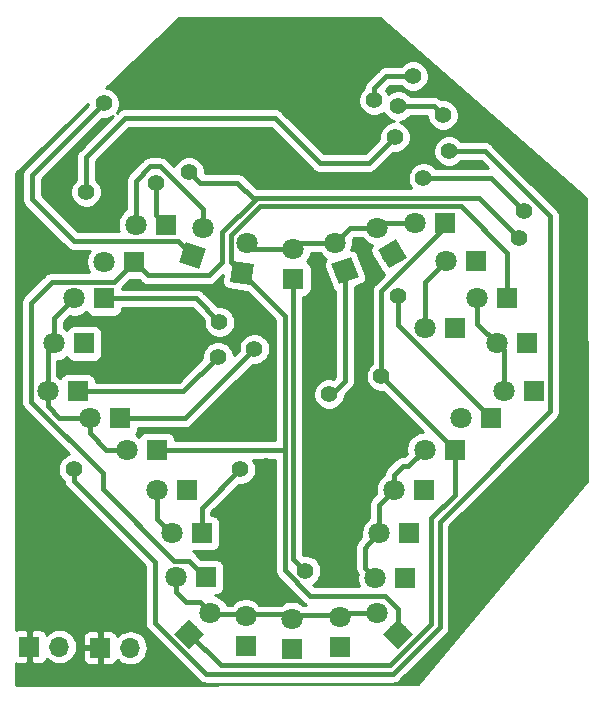
<source format=gbl>
%TF.GenerationSoftware,KiCad,Pcbnew,(5.1.4)-1*%
%TF.CreationDate,2021-08-29T10:15:52+03:00*%
%TF.ProjectId,kone,6b6f6e65-2e6b-4696-9361-645f70636258,rev?*%
%TF.SameCoordinates,Original*%
%TF.FileFunction,Copper,L2,Bot*%
%TF.FilePolarity,Positive*%
%FSLAX46Y46*%
G04 Gerber Fmt 4.6, Leading zero omitted, Abs format (unit mm)*
G04 Created by KiCad (PCBNEW (5.1.4)-1) date 2021-08-29 10:15:52*
%MOMM*%
%LPD*%
G04 APERTURE LIST*
%TA.AperFunction,ComponentPad*%
%ADD10R,1.700000X1.700000*%
%TD*%
%TA.AperFunction,ComponentPad*%
%ADD11O,1.700000X1.700000*%
%TD*%
%TA.AperFunction,ComponentPad*%
%ADD12R,1.800000X1.800000*%
%TD*%
%TA.AperFunction,ComponentPad*%
%ADD13C,1.800000*%
%TD*%
%TA.AperFunction,Conductor*%
%ADD14C,0.150000*%
%TD*%
%TA.AperFunction,ViaPad*%
%ADD15C,1.400000*%
%TD*%
%TA.AperFunction,Conductor*%
%ADD16C,0.400000*%
%TD*%
%TA.AperFunction,Conductor*%
%ADD17C,0.254000*%
%TD*%
G04 APERTURE END LIST*
D10*
%TO.P,P3,1*%
%TO.N,GND*%
X233710000Y-156250000D03*
D11*
%TO.P,P3,2*%
%TO.N,VCC*%
X236250000Y-156250000D03*
%TD*%
D12*
%TO.P,D29,1*%
%TO.N,Net-(D13-Pad1)*%
X268940000Y-120380000D03*
D13*
%TO.P,D29,2*%
%TO.N,Net-(D25-Pad2)*%
X266400000Y-120380000D03*
%TD*%
%TO.P,D9,1*%
%TO.N,Net-(D1-Pad1)*%
X264910000Y-155170000D03*
D14*
%TD*%
%TO.N,Net-(D1-Pad1)*%
%TO.C,D9*%
G36*
X266182792Y-155170000D02*
G01*
X264910000Y-156442792D01*
X263637208Y-155170000D01*
X264910000Y-153897208D01*
X266182792Y-155170000D01*
X266182792Y-155170000D01*
G37*
D13*
%TO.P,D9,2*%
%TO.N,Net-(D10-Pad2)*%
X263113949Y-153373949D03*
%TD*%
%TO.P,D11,2*%
%TO.N,Net-(D10-Pad2)*%
X255920000Y-153900000D03*
D12*
%TO.P,D11,1*%
%TO.N,Net-(D11-Pad1)*%
X255920000Y-156440000D03*
%TD*%
%TO.P,D12,1*%
%TO.N,Net-(D12-Pad1)*%
X252030000Y-156230000D03*
D13*
%TO.P,D12,2*%
%TO.N,Net-(D10-Pad2)*%
X252030000Y-153690000D03*
%TD*%
%TO.P,D13,2*%
%TO.N,Net-(D10-Pad2)*%
X249046051Y-153383949D03*
%TO.P,D13,1*%
%TO.N,Net-(D13-Pad1)*%
X247250000Y-155180000D03*
D14*
%TD*%
%TO.N,Net-(D13-Pad1)*%
%TO.C,D13*%
G36*
X247250000Y-156452792D02*
G01*
X245977208Y-155180000D01*
X247250000Y-153907208D01*
X248522792Y-155180000D01*
X247250000Y-156452792D01*
X247250000Y-156452792D01*
G37*
D13*
%TO.P,D16,2*%
%TO.N,Net-(D10-Pad2)*%
X244540000Y-142980000D03*
D12*
%TO.P,D16,1*%
%TO.N,Net-(D16-Pad1)*%
X247080000Y-142980000D03*
%TD*%
%TO.P,D7,1*%
%TO.N,Net-(D15-Pad1)*%
X265860000Y-146660000D03*
D13*
%TO.P,D7,2*%
%TO.N,Net-(D1-Pad2)*%
X263320000Y-146660000D03*
%TD*%
%TO.P,D6,2*%
%TO.N,Net-(D1-Pad2)*%
X264570000Y-142970000D03*
D12*
%TO.P,D6,1*%
%TO.N,Net-(D14-Pad1)*%
X267110000Y-142970000D03*
%TD*%
D13*
%TO.P,D1,2*%
%TO.N,Net-(D1-Pad2)*%
X271640000Y-126760000D03*
D12*
%TO.P,D1,1*%
%TO.N,Net-(D1-Pad1)*%
X274180000Y-126760000D03*
%TD*%
%TO.P,D3,1*%
%TO.N,Net-(D11-Pad1)*%
X276400000Y-134630000D03*
D13*
%TO.P,D3,2*%
%TO.N,Net-(D1-Pad2)*%
X273860000Y-134630000D03*
%TD*%
%TO.P,D4,2*%
%TO.N,Net-(D1-Pad2)*%
X270280000Y-136910000D03*
D12*
%TO.P,D4,1*%
%TO.N,Net-(D12-Pad1)*%
X272820000Y-136910000D03*
%TD*%
%TO.P,D2,1*%
%TO.N,Net-(D10-Pad1)*%
X275830000Y-130570000D03*
D13*
%TO.P,D2,2*%
%TO.N,Net-(D1-Pad2)*%
X273290000Y-130570000D03*
%TD*%
D12*
%TO.P,D5,1*%
%TO.N,Net-(D13-Pad1)*%
X269710000Y-139580000D03*
D13*
%TO.P,D5,2*%
%TO.N,Net-(D1-Pad2)*%
X267170000Y-139580000D03*
%TD*%
D12*
%TO.P,D14,1*%
%TO.N,Net-(D14-Pad1)*%
X248630000Y-150360000D03*
D13*
%TO.P,D14,2*%
%TO.N,Net-(D10-Pad2)*%
X246090000Y-150360000D03*
%TD*%
D10*
%TO.P,P2,1*%
%TO.N,GND*%
X239700000Y-156350000D03*
D11*
%TO.P,P2,2*%
%TO.N,Net-(F1-Pad2)*%
X242240000Y-156350000D03*
%TD*%
D12*
%TO.P,D15,1*%
%TO.N,Net-(D15-Pad1)*%
X248290000Y-146640000D03*
D13*
%TO.P,D15,2*%
%TO.N,Net-(D10-Pad2)*%
X245750000Y-146640000D03*
%TD*%
%TO.P,D17,2*%
%TO.N,Net-(D17-Pad2)*%
X241940000Y-139590000D03*
D12*
%TO.P,D17,1*%
%TO.N,Net-(D1-Pad1)*%
X244480000Y-139590000D03*
%TD*%
%TO.P,D18,1*%
%TO.N,Net-(D10-Pad1)*%
X241380000Y-136920000D03*
D13*
%TO.P,D18,2*%
%TO.N,Net-(D17-Pad2)*%
X238840000Y-136920000D03*
%TD*%
D12*
%TO.P,D19,1*%
%TO.N,Net-(D11-Pad1)*%
X237790000Y-134640000D03*
D13*
%TO.P,D19,2*%
%TO.N,Net-(D17-Pad2)*%
X235250000Y-134640000D03*
%TD*%
D12*
%TO.P,D20,1*%
%TO.N,Net-(D12-Pad1)*%
X238360000Y-130580000D03*
D13*
%TO.P,D20,2*%
%TO.N,Net-(D17-Pad2)*%
X235820000Y-130580000D03*
%TD*%
%TO.P,D21,2*%
%TO.N,Net-(D17-Pad2)*%
X237470000Y-126770000D03*
D12*
%TO.P,D21,1*%
%TO.N,Net-(D13-Pad1)*%
X240010000Y-126770000D03*
%TD*%
D13*
%TO.P,D22,2*%
%TO.N,Net-(D17-Pad2)*%
X240060000Y-123650000D03*
D12*
%TO.P,D22,1*%
%TO.N,Net-(D14-Pad1)*%
X242600000Y-123650000D03*
%TD*%
%TO.P,D23,1*%
%TO.N,Net-(D15-Pad1)*%
X245270000Y-120510000D03*
D13*
%TO.P,D23,2*%
%TO.N,Net-(D17-Pad2)*%
X242730000Y-120510000D03*
%TD*%
%TO.P,D24,2*%
%TO.N,Net-(D17-Pad2)*%
X248378731Y-120773181D03*
%TO.P,D24,1*%
%TO.N,Net-(D16-Pad1)*%
X247510000Y-123160000D03*
D14*
%TD*%
%TO.N,Net-(D16-Pad1)*%
%TO.C,D24*%
G36*
X248047905Y-124313541D02*
G01*
X246356459Y-123697905D01*
X246972095Y-122006459D01*
X248663541Y-122622095D01*
X248047905Y-124313541D01*
X248047905Y-124313541D01*
G37*
D13*
%TO.P,D25,2*%
%TO.N,Net-(D25-Pad2)*%
X252151066Y-122108588D03*
%TO.P,D25,1*%
%TO.N,Net-(D1-Pad1)*%
X251710000Y-124610000D03*
D14*
%TD*%
%TO.N,Net-(D1-Pad1)*%
%TO.C,D25*%
G36*
X252440044Y-125652610D02*
G01*
X250667390Y-125340044D01*
X250979956Y-123567390D01*
X252752610Y-123879956D01*
X252440044Y-125652610D01*
X252440044Y-125652610D01*
G37*
D12*
%TO.P,D26,1*%
%TO.N,Net-(D10-Pad1)*%
X256070000Y-125080000D03*
D13*
%TO.P,D26,2*%
%TO.N,Net-(D25-Pad2)*%
X256070000Y-122540000D03*
%TD*%
%TO.P,D27,1*%
%TO.N,Net-(D11-Pad1)*%
X260440000Y-124430000D03*
D14*
%TD*%
%TO.N,Net-(D11-Pad1)*%
%TO.C,D27*%
G36*
X261593541Y-124967905D02*
G01*
X259902095Y-125583541D01*
X259286459Y-123892095D01*
X260977905Y-123276459D01*
X261593541Y-124967905D01*
X261593541Y-124967905D01*
G37*
D13*
%TO.P,D27,2*%
%TO.N,Net-(D25-Pad2)*%
X259571269Y-122043181D03*
%TD*%
%TO.P,D30,2*%
%TO.N,Net-(D25-Pad2)*%
X269020000Y-123610000D03*
D12*
%TO.P,D30,1*%
%TO.N,Net-(D14-Pad1)*%
X271560000Y-123610000D03*
%TD*%
%TO.P,D31,1*%
%TO.N,Net-(D15-Pad1)*%
X269780000Y-129290000D03*
D13*
%TO.P,D31,2*%
%TO.N,Net-(D25-Pad2)*%
X267240000Y-129290000D03*
%TD*%
%TO.P,D8,2*%
%TO.N,Net-(D1-Pad2)*%
X263010000Y-150450000D03*
D12*
%TO.P,D8,1*%
%TO.N,Net-(D16-Pad1)*%
X265550000Y-150450000D03*
%TD*%
%TO.P,D10,1*%
%TO.N,Net-(D10-Pad1)*%
X260020000Y-156260000D03*
D13*
%TO.P,D10,2*%
%TO.N,Net-(D10-Pad2)*%
X260020000Y-153720000D03*
%TD*%
%TO.P,D28,1*%
%TO.N,Net-(D12-Pad1)*%
X264450000Y-122980000D03*
D14*
%TD*%
%TO.N,Net-(D12-Pad1)*%
%TO.C,D28*%
G36*
X265679423Y-123309423D02*
G01*
X264120577Y-124209423D01*
X263220577Y-122650577D01*
X264779423Y-121750577D01*
X265679423Y-123309423D01*
X265679423Y-123309423D01*
G37*
D13*
%TO.P,D28,2*%
%TO.N,Net-(D25-Pad2)*%
X263180000Y-120780295D03*
%TD*%
D15*
%TO.N,Net-(D10-Pad1)*%
X257088471Y-149819529D03*
X252766054Y-131027946D03*
%TO.N,Net-(D11-Pad1)*%
X249682000Y-131699000D03*
X259080000Y-134874000D03*
%TO.N,Net-(D12-Pad1)*%
X264898971Y-126595971D03*
%TO.N,Net-(D13-Pad1)*%
X249809000Y-128778000D03*
X263525000Y-133350000D03*
X262890000Y-109982000D03*
X266192000Y-107950000D03*
%TO.N,Net-(D14-Pad1)*%
X275209000Y-121666000D03*
X247230000Y-116050000D03*
%TO.N,Net-(D15-Pad1)*%
X251587000Y-141224000D03*
X244430000Y-116980000D03*
%TO.N,Net-(D16-Pad1)*%
X240030000Y-110236000D03*
%TO.N,Net-(IC1-Pad17)*%
X268732000Y-111252000D03*
X264948155Y-110480501D03*
%TO.N,Net-(IC1-Pad18)*%
X238520000Y-117750000D03*
X264668000Y-113100000D03*
%TO.N,Net-(IC1-Pad19)*%
X237460000Y-141210000D03*
X269240000Y-114300000D03*
%TO.N,Net-(IC1-Pad20)*%
X275590000Y-119380000D03*
X267081000Y-116586000D03*
%TO.N,GND*%
X259588000Y-110744000D03*
X260096000Y-113284000D03*
X244602000Y-130810000D03*
X252730000Y-137414000D03*
X259842000Y-138176000D03*
X253746000Y-140970000D03*
%TD*%
D16*
%TO.N,Net-(D1-Pad1)*%
X250751065Y-123651065D02*
X251710000Y-124610000D01*
X250751065Y-121436587D02*
X250751065Y-123651065D01*
X253207653Y-118979999D02*
X250751065Y-121436587D01*
X270240001Y-118979999D02*
X253207653Y-118979999D01*
X274180000Y-122919998D02*
X270240001Y-118979999D01*
X274180000Y-126760000D02*
X274180000Y-122919998D01*
X244480000Y-139590000D02*
X251821998Y-139590000D01*
X263785950Y-151973948D02*
X257510948Y-151973948D01*
X264910000Y-153097998D02*
X263785950Y-151973948D01*
X264910000Y-155170000D02*
X264910000Y-153097998D01*
X251821998Y-139590000D02*
X254779000Y-139590000D01*
X257510948Y-151973948D02*
X255333500Y-149796500D01*
X255287000Y-139590000D02*
X255333500Y-139636500D01*
X254779000Y-139590000D02*
X255287000Y-139590000D01*
X255333500Y-139636500D02*
X255333500Y-149796500D01*
X255333500Y-128233500D02*
X251710000Y-124610000D01*
X255333500Y-139636500D02*
X255333500Y-128233500D01*
%TO.N,Net-(D1-Pad2)*%
X262420001Y-147559999D02*
X263320000Y-146660000D01*
X262110001Y-147869999D02*
X262420001Y-147559999D01*
X262110001Y-149550001D02*
X262110001Y-147869999D01*
X263010000Y-150450000D02*
X262110001Y-149550001D01*
X263320000Y-144220000D02*
X264570000Y-142970000D01*
X263320000Y-146660000D02*
X263320000Y-144220000D01*
X264570000Y-141697208D02*
X265310000Y-140957208D01*
X264570000Y-142970000D02*
X264570000Y-141697208D01*
X265792792Y-140957208D02*
X267170000Y-139580000D01*
X265310000Y-140957208D02*
X265792792Y-140957208D01*
X273860000Y-131140000D02*
X273290000Y-130570000D01*
X273860000Y-134630000D02*
X273860000Y-131140000D01*
X271640000Y-128920000D02*
X271640000Y-126760000D01*
X273290000Y-130570000D02*
X271640000Y-128920000D01*
%TO.N,Net-(D10-Pad1)*%
X256070000Y-148801058D02*
X257088471Y-149819529D01*
X256070000Y-125080000D02*
X256070000Y-148801058D01*
X246874000Y-136920000D02*
X247523000Y-136271000D01*
X241380000Y-136920000D02*
X246874000Y-136920000D01*
X247523000Y-136271000D02*
X250444000Y-133350000D01*
X250444000Y-133350000D02*
X252766054Y-131027946D01*
%TO.N,Net-(D11-Pad1)*%
X260440000Y-124430000D02*
X260440000Y-131990000D01*
X246741000Y-134640000D02*
X237790000Y-134640000D01*
X249682000Y-131699000D02*
X246741000Y-134640000D01*
X260440000Y-131990000D02*
X260440000Y-133768000D01*
X260440000Y-133768000D02*
X259334000Y-134874000D01*
X259334000Y-134874000D02*
X259080000Y-134874000D01*
%TO.N,Net-(D12-Pad1)*%
X264898971Y-128988971D02*
X264898971Y-126595971D01*
X272820000Y-136910000D02*
X264898971Y-128988971D01*
%TO.N,Net-(D13-Pad1)*%
X249910001Y-157840001D02*
X264219915Y-157840001D01*
X247250000Y-155180000D02*
X249910001Y-157840001D01*
X268940000Y-120755968D02*
X268940000Y-120380000D01*
X263525000Y-126170968D02*
X268940000Y-120755968D01*
X263525000Y-133350000D02*
X263525000Y-126170968D01*
X265839999Y-135664999D02*
X263525000Y-133350000D01*
X265839999Y-135709999D02*
X265839999Y-135664999D01*
X269710000Y-139580000D02*
X265839999Y-135709999D01*
X247801000Y-126770000D02*
X249809000Y-128778000D01*
X240010000Y-126770000D02*
X247801000Y-126770000D01*
X267744958Y-145395042D02*
X269710000Y-143430000D01*
X267744958Y-154314958D02*
X267744958Y-145395042D01*
X269710000Y-143430000D02*
X269710000Y-139580000D01*
X264219915Y-157840001D02*
X267744958Y-154314958D01*
X263906000Y-107950000D02*
X266192000Y-107950000D01*
X262890000Y-109982000D02*
X262890000Y-108966000D01*
X262890000Y-108966000D02*
X263906000Y-107950000D01*
%TO.N,Net-(D14-Pad1)*%
X247229999Y-148959999D02*
X248630000Y-150360000D01*
X239927244Y-142889246D02*
X245997997Y-148959999D01*
X239927244Y-141579999D02*
X239927244Y-142889246D01*
X233849999Y-135502754D02*
X239927244Y-141579999D01*
X233849999Y-127127246D02*
X233849999Y-135502754D01*
X235628246Y-125349000D02*
X233849999Y-127127246D01*
X240901000Y-125349000D02*
X235628246Y-125349000D01*
X245997997Y-148959999D02*
X247229999Y-148959999D01*
X242600000Y-123650000D02*
X240901000Y-125349000D01*
X271822989Y-118279989D02*
X275209000Y-121666000D01*
X250051055Y-123650000D02*
X250051055Y-121146634D01*
X248887504Y-124813551D02*
X250051055Y-123650000D01*
X243763551Y-124813551D02*
X248887504Y-124813551D01*
X242600000Y-123650000D02*
X243763551Y-124813551D01*
X251333000Y-116967000D02*
X252781845Y-118415845D01*
X252781845Y-118415845D02*
X252917700Y-118279989D01*
X250051055Y-121146634D02*
X252781845Y-118415845D01*
X252645989Y-118279989D02*
X251333000Y-116967000D01*
X253195011Y-118279989D02*
X252645989Y-118279989D01*
X252917700Y-118279989D02*
X253195011Y-118279989D01*
X253195011Y-118279989D02*
X271822989Y-118279989D01*
X251333000Y-116967000D02*
X248147000Y-116967000D01*
X248147000Y-116967000D02*
X247230000Y-116050000D01*
%TO.N,Net-(D15-Pad1)*%
X248290000Y-144521000D02*
X251587000Y-141224000D01*
X248290000Y-146640000D02*
X248290000Y-144521000D01*
X244430000Y-119670000D02*
X245270000Y-120510000D01*
X244430000Y-116980000D02*
X244430000Y-119670000D01*
%TO.N,Net-(D16-Pad1)*%
X234460052Y-115805948D02*
X240030000Y-110236000D01*
X240030000Y-110236000D02*
X233934000Y-116332000D01*
X233934000Y-118364000D02*
X233934000Y-116332000D01*
X247510000Y-123160000D02*
X246260001Y-121910001D01*
X246260001Y-121910001D02*
X237480001Y-121910001D01*
X237480001Y-121910001D02*
X233934000Y-118364000D01*
%TO.N,Net-(D10-Pad2)*%
X260216051Y-153373949D02*
X260030000Y-153560000D01*
X263113949Y-153373949D02*
X260216051Y-153373949D01*
X256260000Y-153560000D02*
X255920000Y-153900000D01*
X260030000Y-153560000D02*
X256260000Y-153560000D01*
X255540000Y-153520000D02*
X255920000Y-153900000D01*
X252040000Y-153520000D02*
X255540000Y-153520000D01*
X249182102Y-153520000D02*
X249046051Y-153383949D01*
X252040000Y-153520000D02*
X249182102Y-153520000D01*
X244540000Y-145430000D02*
X244540000Y-142980000D01*
X245750000Y-146640000D02*
X244540000Y-145430000D01*
X246090000Y-150360000D02*
X246090000Y-151632792D01*
X246941158Y-152483950D02*
X246090000Y-151632792D01*
X248146052Y-152483950D02*
X246941158Y-152483950D01*
X249046051Y-153383949D02*
X248146052Y-152483950D01*
%TO.N,Net-(D17-Pad2)*%
X241940000Y-139590000D02*
X240667208Y-139590000D01*
X240237208Y-139590000D02*
X240667208Y-139590000D01*
X238840000Y-138192792D02*
X240237208Y-139590000D01*
X238840000Y-136920000D02*
X238840000Y-138192792D01*
X237567208Y-136920000D02*
X238840000Y-136920000D01*
X236257208Y-136920000D02*
X237567208Y-136920000D01*
X235250000Y-135912792D02*
X236257208Y-136920000D01*
X235250000Y-134640000D02*
X235250000Y-135912792D01*
X235250000Y-131150000D02*
X235820000Y-130580000D01*
X235250000Y-134640000D02*
X235250000Y-131150000D01*
X235820000Y-128420000D02*
X237470000Y-126770000D01*
X235820000Y-130580000D02*
X235820000Y-128420000D01*
X242730000Y-120510000D02*
X242730000Y-116807000D01*
X248378731Y-119500389D02*
X248378731Y-120773181D01*
X248378731Y-119152729D02*
X248378731Y-119500389D01*
X244804502Y-115578500D02*
X248378731Y-119152729D01*
X243958500Y-115578500D02*
X244804502Y-115578500D01*
X242730000Y-116807000D02*
X243958500Y-115578500D01*
%TO.N,Net-(D25-Pad2)*%
X267240000Y-125390000D02*
X267240000Y-129290000D01*
X269020000Y-123610000D02*
X267240000Y-125390000D01*
X263580295Y-120380000D02*
X263180000Y-120780295D01*
X266400000Y-120380000D02*
X263580295Y-120380000D01*
X260834155Y-120780295D02*
X259571269Y-122043181D01*
X263180000Y-120780295D02*
X260834155Y-120780295D01*
X256566819Y-122043181D02*
X256070000Y-122540000D01*
X259571269Y-122043181D02*
X256566819Y-122043181D01*
X252582478Y-122540000D02*
X252151066Y-122108588D01*
X256070000Y-122540000D02*
X252582478Y-122540000D01*
%TO.N,Net-(IC1-Pad17)*%
X267960501Y-110480501D02*
X268732000Y-111252000D01*
X264948155Y-110480501D02*
X267960501Y-110480501D01*
%TO.N,Net-(IC1-Pad18)*%
X262452000Y-115316000D02*
X264668000Y-113100000D01*
X258318000Y-115316000D02*
X262452000Y-115316000D01*
X254508000Y-111506000D02*
X258318000Y-115316000D01*
X241808000Y-111506000D02*
X254508000Y-111506000D01*
X238520000Y-117750000D02*
X238520000Y-114794000D01*
X238520000Y-114794000D02*
X241808000Y-111506000D01*
%TO.N,Net-(IC1-Pad19)*%
X277800001Y-136329961D02*
X277800001Y-119813999D01*
X268444968Y-145684994D02*
X277800001Y-136329961D01*
X268444968Y-154604911D02*
X268444968Y-145684994D01*
X237460000Y-141210000D02*
X237460000Y-142199949D01*
X237460000Y-142199949D02*
X244308042Y-149047991D01*
X244308042Y-149047991D02*
X244308042Y-154217958D01*
X244308042Y-154217958D02*
X248630095Y-158540011D01*
X248630095Y-158540011D02*
X264509868Y-158540011D01*
X264509868Y-158540011D02*
X268444968Y-154604911D01*
X272286002Y-114300000D02*
X275335001Y-117348999D01*
X269240000Y-114300000D02*
X272286002Y-114300000D01*
X277800001Y-119813999D02*
X275335001Y-117348999D01*
%TO.N,Net-(IC1-Pad20)*%
X272796000Y-116586000D02*
X267081000Y-116586000D01*
X275590000Y-119380000D02*
X272796000Y-116586000D01*
%TD*%
D17*
%TO.N,GND*%
G36*
X280865255Y-118232400D02*
G01*
X280884799Y-142193210D01*
X266597734Y-159425460D01*
X232567309Y-159474022D01*
X232568125Y-157664008D01*
X232615820Y-157689502D01*
X232735518Y-157725812D01*
X232860000Y-157738072D01*
X233424250Y-157735000D01*
X233583000Y-157576250D01*
X233583000Y-156377000D01*
X233563000Y-156377000D01*
X233563000Y-156123000D01*
X233583000Y-156123000D01*
X233583000Y-154923750D01*
X233837000Y-154923750D01*
X233837000Y-156123000D01*
X233857000Y-156123000D01*
X233857000Y-156377000D01*
X233837000Y-156377000D01*
X233837000Y-157576250D01*
X233995750Y-157735000D01*
X234560000Y-157738072D01*
X234684482Y-157725812D01*
X234804180Y-157689502D01*
X234914494Y-157630537D01*
X235011185Y-157551185D01*
X235090537Y-157454494D01*
X235149502Y-157344180D01*
X235170393Y-157275313D01*
X235194866Y-157305134D01*
X235420986Y-157490706D01*
X235678966Y-157628599D01*
X235958889Y-157713513D01*
X236177050Y-157735000D01*
X236322950Y-157735000D01*
X236541111Y-157713513D01*
X236821034Y-157628599D01*
X237079014Y-157490706D01*
X237305134Y-157305134D01*
X237391415Y-157200000D01*
X238211928Y-157200000D01*
X238224188Y-157324482D01*
X238260498Y-157444180D01*
X238319463Y-157554494D01*
X238398815Y-157651185D01*
X238495506Y-157730537D01*
X238605820Y-157789502D01*
X238725518Y-157825812D01*
X238850000Y-157838072D01*
X239414250Y-157835000D01*
X239573000Y-157676250D01*
X239573000Y-156477000D01*
X238373750Y-156477000D01*
X238215000Y-156635750D01*
X238211928Y-157200000D01*
X237391415Y-157200000D01*
X237490706Y-157079014D01*
X237628599Y-156821034D01*
X237713513Y-156541111D01*
X237742185Y-156250000D01*
X237713513Y-155958889D01*
X237628599Y-155678966D01*
X237532940Y-155500000D01*
X238211928Y-155500000D01*
X238215000Y-156064250D01*
X238373750Y-156223000D01*
X239573000Y-156223000D01*
X239573000Y-155023750D01*
X239827000Y-155023750D01*
X239827000Y-156223000D01*
X239847000Y-156223000D01*
X239847000Y-156477000D01*
X239827000Y-156477000D01*
X239827000Y-157676250D01*
X239985750Y-157835000D01*
X240550000Y-157838072D01*
X240674482Y-157825812D01*
X240794180Y-157789502D01*
X240904494Y-157730537D01*
X241001185Y-157651185D01*
X241080537Y-157554494D01*
X241139502Y-157444180D01*
X241160393Y-157375313D01*
X241184866Y-157405134D01*
X241410986Y-157590706D01*
X241668966Y-157728599D01*
X241948889Y-157813513D01*
X242167050Y-157835000D01*
X242312950Y-157835000D01*
X242531111Y-157813513D01*
X242811034Y-157728599D01*
X243069014Y-157590706D01*
X243295134Y-157405134D01*
X243480706Y-157179014D01*
X243618599Y-156921034D01*
X243703513Y-156641111D01*
X243732185Y-156350000D01*
X243703513Y-156058889D01*
X243618599Y-155778966D01*
X243480706Y-155520986D01*
X243295134Y-155294866D01*
X243069014Y-155109294D01*
X242811034Y-154971401D01*
X242531111Y-154886487D01*
X242312950Y-154865000D01*
X242167050Y-154865000D01*
X241948889Y-154886487D01*
X241668966Y-154971401D01*
X241410986Y-155109294D01*
X241184866Y-155294866D01*
X241160393Y-155324687D01*
X241139502Y-155255820D01*
X241080537Y-155145506D01*
X241001185Y-155048815D01*
X240904494Y-154969463D01*
X240794180Y-154910498D01*
X240674482Y-154874188D01*
X240550000Y-154861928D01*
X239985750Y-154865000D01*
X239827000Y-155023750D01*
X239573000Y-155023750D01*
X239414250Y-154865000D01*
X238850000Y-154861928D01*
X238725518Y-154874188D01*
X238605820Y-154910498D01*
X238495506Y-154969463D01*
X238398815Y-155048815D01*
X238319463Y-155145506D01*
X238260498Y-155255820D01*
X238224188Y-155375518D01*
X238211928Y-155500000D01*
X237532940Y-155500000D01*
X237490706Y-155420986D01*
X237305134Y-155194866D01*
X237079014Y-155009294D01*
X236821034Y-154871401D01*
X236541111Y-154786487D01*
X236322950Y-154765000D01*
X236177050Y-154765000D01*
X235958889Y-154786487D01*
X235678966Y-154871401D01*
X235420986Y-155009294D01*
X235194866Y-155194866D01*
X235170393Y-155224687D01*
X235149502Y-155155820D01*
X235090537Y-155045506D01*
X235011185Y-154948815D01*
X234914494Y-154869463D01*
X234804180Y-154810498D01*
X234684482Y-154774188D01*
X234560000Y-154761928D01*
X233995750Y-154765000D01*
X233837000Y-154923750D01*
X233583000Y-154923750D01*
X233424250Y-154765000D01*
X232860000Y-154761928D01*
X232735518Y-154774188D01*
X232615820Y-154810498D01*
X232569401Y-154835310D01*
X232586867Y-116118967D01*
X238695000Y-110338056D01*
X238695000Y-110367486D01*
X238698757Y-110386374D01*
X233372574Y-115712559D01*
X233340710Y-115738709D01*
X233281524Y-115810828D01*
X233236364Y-115865855D01*
X233158828Y-116010914D01*
X233111082Y-116168312D01*
X233094960Y-116332000D01*
X233099001Y-116373028D01*
X233099000Y-118322981D01*
X233094960Y-118364000D01*
X233103932Y-118455093D01*
X233111082Y-118527688D01*
X233158828Y-118685086D01*
X233236364Y-118830145D01*
X233340709Y-118957291D01*
X233372579Y-118983446D01*
X236860564Y-122471433D01*
X236886710Y-122503292D01*
X236918569Y-122529438D01*
X236918571Y-122529440D01*
X236951338Y-122556331D01*
X237013855Y-122607637D01*
X237158914Y-122685173D01*
X237316312Y-122732919D01*
X237438982Y-122745001D01*
X237438983Y-122745001D01*
X237480001Y-122749041D01*
X237521019Y-122745001D01*
X238818573Y-122745001D01*
X238699701Y-122922905D01*
X238583989Y-123202257D01*
X238525000Y-123498816D01*
X238525000Y-123801184D01*
X238583989Y-124097743D01*
X238699701Y-124377095D01*
X238791178Y-124514000D01*
X235669254Y-124514000D01*
X235628246Y-124509961D01*
X235587237Y-124514000D01*
X235587227Y-124514000D01*
X235464557Y-124526082D01*
X235307159Y-124573828D01*
X235162100Y-124651364D01*
X235034955Y-124755709D01*
X235008807Y-124787571D01*
X233288578Y-126507800D01*
X233256708Y-126533955D01*
X233152364Y-126661100D01*
X233152363Y-126661101D01*
X233074827Y-126806160D01*
X233027081Y-126963558D01*
X233010959Y-127127246D01*
X233014999Y-127168264D01*
X233015000Y-135461725D01*
X233010959Y-135502754D01*
X233027081Y-135666442D01*
X233074827Y-135823840D01*
X233152363Y-135968899D01*
X233152364Y-135968900D01*
X233256709Y-136096045D01*
X233288573Y-136122195D01*
X237089017Y-139922640D01*
X237070595Y-139926304D01*
X236827641Y-140026939D01*
X236608987Y-140173038D01*
X236423038Y-140358987D01*
X236276939Y-140577641D01*
X236176304Y-140820595D01*
X236125000Y-141078514D01*
X236125000Y-141341486D01*
X236176304Y-141599405D01*
X236276939Y-141842359D01*
X236423038Y-142061013D01*
X236608987Y-142246962D01*
X236626760Y-142258838D01*
X236637082Y-142363637D01*
X236684828Y-142521035D01*
X236758526Y-142658913D01*
X236762365Y-142666095D01*
X236866710Y-142793240D01*
X236898574Y-142819390D01*
X243473042Y-149393860D01*
X243473043Y-154176930D01*
X243469002Y-154217958D01*
X243485124Y-154381646D01*
X243532870Y-154539044D01*
X243610406Y-154684103D01*
X243626889Y-154704188D01*
X243714752Y-154811249D01*
X243746616Y-154837399D01*
X248010654Y-159101438D01*
X248036804Y-159133302D01*
X248163949Y-159237647D01*
X248309008Y-159315183D01*
X248466406Y-159362929D01*
X248630095Y-159379051D01*
X248671113Y-159375011D01*
X264468850Y-159375011D01*
X264509868Y-159379051D01*
X264550886Y-159375011D01*
X264550887Y-159375011D01*
X264673557Y-159362929D01*
X264830955Y-159315183D01*
X264976014Y-159237647D01*
X265103159Y-159133302D01*
X265129314Y-159101432D01*
X269006401Y-155224347D01*
X269038259Y-155198202D01*
X269064678Y-155166011D01*
X269142604Y-155071057D01*
X269220140Y-154925998D01*
X269223296Y-154915594D01*
X269267886Y-154768600D01*
X269279968Y-154645930D01*
X269279968Y-154645929D01*
X269284008Y-154604911D01*
X269279968Y-154563893D01*
X269279968Y-146030861D01*
X278361434Y-136949397D01*
X278393292Y-136923252D01*
X278429624Y-136878982D01*
X278445252Y-136859938D01*
X278497637Y-136796107D01*
X278575173Y-136651048D01*
X278622919Y-136493650D01*
X278635001Y-136370980D01*
X278635001Y-136370979D01*
X278639041Y-136329961D01*
X278635001Y-136288943D01*
X278635001Y-119855006D01*
X278639040Y-119813998D01*
X278635001Y-119772990D01*
X278635001Y-119772980D01*
X278622919Y-119650310D01*
X278575173Y-119492912D01*
X278497637Y-119347853D01*
X278393292Y-119220708D01*
X278361428Y-119194558D01*
X275954449Y-116787580D01*
X275954440Y-116787569D01*
X272905448Y-113738579D01*
X272879293Y-113706709D01*
X272752148Y-113602364D01*
X272607089Y-113524828D01*
X272449691Y-113477082D01*
X272327021Y-113465000D01*
X272327020Y-113465000D01*
X272286002Y-113460960D01*
X272244984Y-113465000D01*
X270287661Y-113465000D01*
X270276962Y-113448987D01*
X270091013Y-113263038D01*
X269872359Y-113116939D01*
X269629405Y-113016304D01*
X269371486Y-112965000D01*
X269108514Y-112965000D01*
X268850595Y-113016304D01*
X268607641Y-113116939D01*
X268388987Y-113263038D01*
X268203038Y-113448987D01*
X268056939Y-113667641D01*
X267956304Y-113910595D01*
X267905000Y-114168514D01*
X267905000Y-114431486D01*
X267956304Y-114689405D01*
X268056939Y-114932359D01*
X268203038Y-115151013D01*
X268388987Y-115336962D01*
X268607641Y-115483061D01*
X268850595Y-115583696D01*
X269108514Y-115635000D01*
X269371486Y-115635000D01*
X269629405Y-115583696D01*
X269872359Y-115483061D01*
X270091013Y-115336962D01*
X270276962Y-115151013D01*
X270287661Y-115135000D01*
X271940135Y-115135000D01*
X272556134Y-115751000D01*
X268128661Y-115751000D01*
X268117962Y-115734987D01*
X267932013Y-115549038D01*
X267713359Y-115402939D01*
X267470405Y-115302304D01*
X267212486Y-115251000D01*
X266949514Y-115251000D01*
X266691595Y-115302304D01*
X266448641Y-115402939D01*
X266229987Y-115549038D01*
X266044038Y-115734987D01*
X265897939Y-115953641D01*
X265797304Y-116196595D01*
X265746000Y-116454514D01*
X265746000Y-116717486D01*
X265797304Y-116975405D01*
X265897939Y-117218359D01*
X266044038Y-117437013D01*
X266052014Y-117444989D01*
X252991858Y-117444989D01*
X251952446Y-116405578D01*
X251926291Y-116373709D01*
X251799146Y-116269364D01*
X251654087Y-116191828D01*
X251496689Y-116144082D01*
X251374019Y-116132000D01*
X251374018Y-116132000D01*
X251333000Y-116127960D01*
X251291982Y-116132000D01*
X248565000Y-116132000D01*
X248565000Y-115918514D01*
X248513696Y-115660595D01*
X248413061Y-115417641D01*
X248266962Y-115198987D01*
X248081013Y-115013038D01*
X247862359Y-114866939D01*
X247619405Y-114766304D01*
X247361486Y-114715000D01*
X247098514Y-114715000D01*
X246840595Y-114766304D01*
X246597641Y-114866939D01*
X246378987Y-115013038D01*
X246193038Y-115198987D01*
X246046939Y-115417641D01*
X245981791Y-115574922D01*
X245423948Y-115017079D01*
X245397793Y-114985209D01*
X245270648Y-114880864D01*
X245125589Y-114803328D01*
X244968191Y-114755582D01*
X244845521Y-114743500D01*
X244845520Y-114743500D01*
X244804502Y-114739460D01*
X244763484Y-114743500D01*
X243999507Y-114743500D01*
X243958499Y-114739461D01*
X243917491Y-114743500D01*
X243917481Y-114743500D01*
X243794811Y-114755582D01*
X243637413Y-114803328D01*
X243492354Y-114880864D01*
X243365209Y-114985209D01*
X243339058Y-115017074D01*
X242168574Y-116187559D01*
X242136710Y-116213709D01*
X242073295Y-116290981D01*
X242032364Y-116340855D01*
X241954828Y-116485914D01*
X241907082Y-116643312D01*
X241890960Y-116807000D01*
X241895001Y-116848028D01*
X241895000Y-119221801D01*
X241751495Y-119317688D01*
X241537688Y-119531495D01*
X241369701Y-119782905D01*
X241253989Y-120062257D01*
X241195000Y-120358816D01*
X241195000Y-120661184D01*
X241253989Y-120957743D01*
X241302559Y-121075001D01*
X237825870Y-121075001D01*
X234769000Y-118018133D01*
X234769000Y-116677867D01*
X239879626Y-111567243D01*
X239898514Y-111571000D01*
X240161486Y-111571000D01*
X240419405Y-111519696D01*
X240662359Y-111419061D01*
X240818200Y-111314932D01*
X237958574Y-114174559D01*
X237926710Y-114200709D01*
X237900562Y-114232571D01*
X237822364Y-114327855D01*
X237744828Y-114472914D01*
X237697082Y-114630312D01*
X237680960Y-114794000D01*
X237685001Y-114835028D01*
X237685000Y-116702338D01*
X237668987Y-116713038D01*
X237483038Y-116898987D01*
X237336939Y-117117641D01*
X237236304Y-117360595D01*
X237185000Y-117618514D01*
X237185000Y-117881486D01*
X237236304Y-118139405D01*
X237336939Y-118382359D01*
X237483038Y-118601013D01*
X237668987Y-118786962D01*
X237887641Y-118933061D01*
X238130595Y-119033696D01*
X238388514Y-119085000D01*
X238651486Y-119085000D01*
X238909405Y-119033696D01*
X239152359Y-118933061D01*
X239371013Y-118786962D01*
X239556962Y-118601013D01*
X239703061Y-118382359D01*
X239803696Y-118139405D01*
X239855000Y-117881486D01*
X239855000Y-117618514D01*
X239803696Y-117360595D01*
X239703061Y-117117641D01*
X239556962Y-116898987D01*
X239371013Y-116713038D01*
X239355000Y-116702339D01*
X239355000Y-115139867D01*
X242153868Y-112341000D01*
X254162133Y-112341000D01*
X257698563Y-115877432D01*
X257724709Y-115909291D01*
X257756568Y-115935437D01*
X257756570Y-115935439D01*
X257848536Y-116010913D01*
X257851854Y-116013636D01*
X257996913Y-116091172D01*
X258154311Y-116138918D01*
X258276981Y-116151000D01*
X258276982Y-116151000D01*
X258318000Y-116155040D01*
X258359018Y-116151000D01*
X262410982Y-116151000D01*
X262452000Y-116155040D01*
X262493018Y-116151000D01*
X262493019Y-116151000D01*
X262615689Y-116138918D01*
X262773087Y-116091172D01*
X262918146Y-116013636D01*
X263045291Y-115909291D01*
X263071446Y-115877421D01*
X264517625Y-114431243D01*
X264536514Y-114435000D01*
X264799486Y-114435000D01*
X265057405Y-114383696D01*
X265300359Y-114283061D01*
X265519013Y-114136962D01*
X265704962Y-113951013D01*
X265851061Y-113732359D01*
X265951696Y-113489405D01*
X266003000Y-113231486D01*
X266003000Y-112968514D01*
X265951696Y-112710595D01*
X265851061Y-112467641D01*
X265704962Y-112248987D01*
X265519013Y-112063038D01*
X265300359Y-111916939D01*
X265057405Y-111816304D01*
X265053368Y-111815501D01*
X265079641Y-111815501D01*
X265337560Y-111764197D01*
X265580514Y-111663562D01*
X265799168Y-111517463D01*
X265985117Y-111331514D01*
X265995816Y-111315501D01*
X267397000Y-111315501D01*
X267397000Y-111383486D01*
X267448304Y-111641405D01*
X267548939Y-111884359D01*
X267695038Y-112103013D01*
X267880987Y-112288962D01*
X268099641Y-112435061D01*
X268342595Y-112535696D01*
X268600514Y-112587000D01*
X268863486Y-112587000D01*
X269121405Y-112535696D01*
X269364359Y-112435061D01*
X269583013Y-112288962D01*
X269768962Y-112103013D01*
X269915061Y-111884359D01*
X270015696Y-111641405D01*
X270067000Y-111383486D01*
X270067000Y-111120514D01*
X270015696Y-110862595D01*
X269915061Y-110619641D01*
X269768962Y-110400987D01*
X269583013Y-110215038D01*
X269364359Y-110068939D01*
X269121405Y-109968304D01*
X268863486Y-109917000D01*
X268600514Y-109917000D01*
X268581624Y-109920757D01*
X268579947Y-109919080D01*
X268553792Y-109887210D01*
X268426647Y-109782865D01*
X268281588Y-109705329D01*
X268124190Y-109657583D01*
X268001520Y-109645501D01*
X268001519Y-109645501D01*
X267960501Y-109641461D01*
X267919483Y-109645501D01*
X265995816Y-109645501D01*
X265985117Y-109629488D01*
X265799168Y-109443539D01*
X265580514Y-109297440D01*
X265337560Y-109196805D01*
X265079641Y-109145501D01*
X264816669Y-109145501D01*
X264558750Y-109196805D01*
X264315796Y-109297440D01*
X264108744Y-109435787D01*
X264073061Y-109349641D01*
X263926962Y-109130987D01*
X263916421Y-109120446D01*
X264251868Y-108785000D01*
X265144339Y-108785000D01*
X265155038Y-108801013D01*
X265340987Y-108986962D01*
X265559641Y-109133061D01*
X265802595Y-109233696D01*
X266060514Y-109285000D01*
X266323486Y-109285000D01*
X266581405Y-109233696D01*
X266824359Y-109133061D01*
X267043013Y-108986962D01*
X267228962Y-108801013D01*
X267375061Y-108582359D01*
X267475696Y-108339405D01*
X267527000Y-108081486D01*
X267527000Y-107818514D01*
X267475696Y-107560595D01*
X267375061Y-107317641D01*
X267228962Y-107098987D01*
X267043013Y-106913038D01*
X266824359Y-106766939D01*
X266581405Y-106666304D01*
X266323486Y-106615000D01*
X266060514Y-106615000D01*
X265802595Y-106666304D01*
X265559641Y-106766939D01*
X265340987Y-106913038D01*
X265155038Y-107098987D01*
X265144339Y-107115000D01*
X263947018Y-107115000D01*
X263906000Y-107110960D01*
X263864981Y-107115000D01*
X263742311Y-107127082D01*
X263584913Y-107174828D01*
X263439854Y-107252364D01*
X263312709Y-107356709D01*
X263286558Y-107388574D01*
X262328574Y-108346559D01*
X262296710Y-108372709D01*
X262215907Y-108471168D01*
X262192364Y-108499855D01*
X262114828Y-108644914D01*
X262067082Y-108802312D01*
X262054013Y-108934998D01*
X262038987Y-108945038D01*
X261853038Y-109130987D01*
X261706939Y-109349641D01*
X261606304Y-109592595D01*
X261555000Y-109850514D01*
X261555000Y-110113486D01*
X261606304Y-110371405D01*
X261706939Y-110614359D01*
X261853038Y-110833013D01*
X262038987Y-111018962D01*
X262257641Y-111165061D01*
X262500595Y-111265696D01*
X262758514Y-111317000D01*
X263021486Y-111317000D01*
X263279405Y-111265696D01*
X263522359Y-111165061D01*
X263729411Y-111026714D01*
X263765094Y-111112860D01*
X263911193Y-111331514D01*
X264097142Y-111517463D01*
X264315796Y-111663562D01*
X264558750Y-111764197D01*
X264562787Y-111765000D01*
X264536514Y-111765000D01*
X264278595Y-111816304D01*
X264035641Y-111916939D01*
X263816987Y-112063038D01*
X263631038Y-112248987D01*
X263484939Y-112467641D01*
X263384304Y-112710595D01*
X263333000Y-112968514D01*
X263333000Y-113231486D01*
X263336757Y-113250375D01*
X262106133Y-114481000D01*
X258663869Y-114481000D01*
X255127446Y-110944579D01*
X255101291Y-110912709D01*
X254974146Y-110808364D01*
X254829087Y-110730828D01*
X254671689Y-110683082D01*
X254549019Y-110671000D01*
X254549018Y-110671000D01*
X254508000Y-110666960D01*
X254466982Y-110671000D01*
X241849018Y-110671000D01*
X241807999Y-110666960D01*
X241766981Y-110671000D01*
X241644311Y-110683082D01*
X241486913Y-110730828D01*
X241341854Y-110808364D01*
X241214709Y-110912709D01*
X241188559Y-110944573D01*
X241108932Y-111024200D01*
X241213061Y-110868359D01*
X241313696Y-110625405D01*
X241365000Y-110367486D01*
X241365000Y-110104514D01*
X241313696Y-109846595D01*
X241213061Y-109603641D01*
X241066962Y-109384987D01*
X240881013Y-109199038D01*
X240662359Y-109052939D01*
X240419405Y-108952304D01*
X240204383Y-108909533D01*
X246398757Y-103047000D01*
X263395896Y-103047000D01*
X280865255Y-118232400D01*
X280865255Y-118232400D01*
G37*
X280865255Y-118232400D02*
X280884799Y-142193210D01*
X266597734Y-159425460D01*
X232567309Y-159474022D01*
X232568125Y-157664008D01*
X232615820Y-157689502D01*
X232735518Y-157725812D01*
X232860000Y-157738072D01*
X233424250Y-157735000D01*
X233583000Y-157576250D01*
X233583000Y-156377000D01*
X233563000Y-156377000D01*
X233563000Y-156123000D01*
X233583000Y-156123000D01*
X233583000Y-154923750D01*
X233837000Y-154923750D01*
X233837000Y-156123000D01*
X233857000Y-156123000D01*
X233857000Y-156377000D01*
X233837000Y-156377000D01*
X233837000Y-157576250D01*
X233995750Y-157735000D01*
X234560000Y-157738072D01*
X234684482Y-157725812D01*
X234804180Y-157689502D01*
X234914494Y-157630537D01*
X235011185Y-157551185D01*
X235090537Y-157454494D01*
X235149502Y-157344180D01*
X235170393Y-157275313D01*
X235194866Y-157305134D01*
X235420986Y-157490706D01*
X235678966Y-157628599D01*
X235958889Y-157713513D01*
X236177050Y-157735000D01*
X236322950Y-157735000D01*
X236541111Y-157713513D01*
X236821034Y-157628599D01*
X237079014Y-157490706D01*
X237305134Y-157305134D01*
X237391415Y-157200000D01*
X238211928Y-157200000D01*
X238224188Y-157324482D01*
X238260498Y-157444180D01*
X238319463Y-157554494D01*
X238398815Y-157651185D01*
X238495506Y-157730537D01*
X238605820Y-157789502D01*
X238725518Y-157825812D01*
X238850000Y-157838072D01*
X239414250Y-157835000D01*
X239573000Y-157676250D01*
X239573000Y-156477000D01*
X238373750Y-156477000D01*
X238215000Y-156635750D01*
X238211928Y-157200000D01*
X237391415Y-157200000D01*
X237490706Y-157079014D01*
X237628599Y-156821034D01*
X237713513Y-156541111D01*
X237742185Y-156250000D01*
X237713513Y-155958889D01*
X237628599Y-155678966D01*
X237532940Y-155500000D01*
X238211928Y-155500000D01*
X238215000Y-156064250D01*
X238373750Y-156223000D01*
X239573000Y-156223000D01*
X239573000Y-155023750D01*
X239827000Y-155023750D01*
X239827000Y-156223000D01*
X239847000Y-156223000D01*
X239847000Y-156477000D01*
X239827000Y-156477000D01*
X239827000Y-157676250D01*
X239985750Y-157835000D01*
X240550000Y-157838072D01*
X240674482Y-157825812D01*
X240794180Y-157789502D01*
X240904494Y-157730537D01*
X241001185Y-157651185D01*
X241080537Y-157554494D01*
X241139502Y-157444180D01*
X241160393Y-157375313D01*
X241184866Y-157405134D01*
X241410986Y-157590706D01*
X241668966Y-157728599D01*
X241948889Y-157813513D01*
X242167050Y-157835000D01*
X242312950Y-157835000D01*
X242531111Y-157813513D01*
X242811034Y-157728599D01*
X243069014Y-157590706D01*
X243295134Y-157405134D01*
X243480706Y-157179014D01*
X243618599Y-156921034D01*
X243703513Y-156641111D01*
X243732185Y-156350000D01*
X243703513Y-156058889D01*
X243618599Y-155778966D01*
X243480706Y-155520986D01*
X243295134Y-155294866D01*
X243069014Y-155109294D01*
X242811034Y-154971401D01*
X242531111Y-154886487D01*
X242312950Y-154865000D01*
X242167050Y-154865000D01*
X241948889Y-154886487D01*
X241668966Y-154971401D01*
X241410986Y-155109294D01*
X241184866Y-155294866D01*
X241160393Y-155324687D01*
X241139502Y-155255820D01*
X241080537Y-155145506D01*
X241001185Y-155048815D01*
X240904494Y-154969463D01*
X240794180Y-154910498D01*
X240674482Y-154874188D01*
X240550000Y-154861928D01*
X239985750Y-154865000D01*
X239827000Y-155023750D01*
X239573000Y-155023750D01*
X239414250Y-154865000D01*
X238850000Y-154861928D01*
X238725518Y-154874188D01*
X238605820Y-154910498D01*
X238495506Y-154969463D01*
X238398815Y-155048815D01*
X238319463Y-155145506D01*
X238260498Y-155255820D01*
X238224188Y-155375518D01*
X238211928Y-155500000D01*
X237532940Y-155500000D01*
X237490706Y-155420986D01*
X237305134Y-155194866D01*
X237079014Y-155009294D01*
X236821034Y-154871401D01*
X236541111Y-154786487D01*
X236322950Y-154765000D01*
X236177050Y-154765000D01*
X235958889Y-154786487D01*
X235678966Y-154871401D01*
X235420986Y-155009294D01*
X235194866Y-155194866D01*
X235170393Y-155224687D01*
X235149502Y-155155820D01*
X235090537Y-155045506D01*
X235011185Y-154948815D01*
X234914494Y-154869463D01*
X234804180Y-154810498D01*
X234684482Y-154774188D01*
X234560000Y-154761928D01*
X233995750Y-154765000D01*
X233837000Y-154923750D01*
X233583000Y-154923750D01*
X233424250Y-154765000D01*
X232860000Y-154761928D01*
X232735518Y-154774188D01*
X232615820Y-154810498D01*
X232569401Y-154835310D01*
X232586867Y-116118967D01*
X238695000Y-110338056D01*
X238695000Y-110367486D01*
X238698757Y-110386374D01*
X233372574Y-115712559D01*
X233340710Y-115738709D01*
X233281524Y-115810828D01*
X233236364Y-115865855D01*
X233158828Y-116010914D01*
X233111082Y-116168312D01*
X233094960Y-116332000D01*
X233099001Y-116373028D01*
X233099000Y-118322981D01*
X233094960Y-118364000D01*
X233103932Y-118455093D01*
X233111082Y-118527688D01*
X233158828Y-118685086D01*
X233236364Y-118830145D01*
X233340709Y-118957291D01*
X233372579Y-118983446D01*
X236860564Y-122471433D01*
X236886710Y-122503292D01*
X236918569Y-122529438D01*
X236918571Y-122529440D01*
X236951338Y-122556331D01*
X237013855Y-122607637D01*
X237158914Y-122685173D01*
X237316312Y-122732919D01*
X237438982Y-122745001D01*
X237438983Y-122745001D01*
X237480001Y-122749041D01*
X237521019Y-122745001D01*
X238818573Y-122745001D01*
X238699701Y-122922905D01*
X238583989Y-123202257D01*
X238525000Y-123498816D01*
X238525000Y-123801184D01*
X238583989Y-124097743D01*
X238699701Y-124377095D01*
X238791178Y-124514000D01*
X235669254Y-124514000D01*
X235628246Y-124509961D01*
X235587237Y-124514000D01*
X235587227Y-124514000D01*
X235464557Y-124526082D01*
X235307159Y-124573828D01*
X235162100Y-124651364D01*
X235034955Y-124755709D01*
X235008807Y-124787571D01*
X233288578Y-126507800D01*
X233256708Y-126533955D01*
X233152364Y-126661100D01*
X233152363Y-126661101D01*
X233074827Y-126806160D01*
X233027081Y-126963558D01*
X233010959Y-127127246D01*
X233014999Y-127168264D01*
X233015000Y-135461725D01*
X233010959Y-135502754D01*
X233027081Y-135666442D01*
X233074827Y-135823840D01*
X233152363Y-135968899D01*
X233152364Y-135968900D01*
X233256709Y-136096045D01*
X233288573Y-136122195D01*
X237089017Y-139922640D01*
X237070595Y-139926304D01*
X236827641Y-140026939D01*
X236608987Y-140173038D01*
X236423038Y-140358987D01*
X236276939Y-140577641D01*
X236176304Y-140820595D01*
X236125000Y-141078514D01*
X236125000Y-141341486D01*
X236176304Y-141599405D01*
X236276939Y-141842359D01*
X236423038Y-142061013D01*
X236608987Y-142246962D01*
X236626760Y-142258838D01*
X236637082Y-142363637D01*
X236684828Y-142521035D01*
X236758526Y-142658913D01*
X236762365Y-142666095D01*
X236866710Y-142793240D01*
X236898574Y-142819390D01*
X243473042Y-149393860D01*
X243473043Y-154176930D01*
X243469002Y-154217958D01*
X243485124Y-154381646D01*
X243532870Y-154539044D01*
X243610406Y-154684103D01*
X243626889Y-154704188D01*
X243714752Y-154811249D01*
X243746616Y-154837399D01*
X248010654Y-159101438D01*
X248036804Y-159133302D01*
X248163949Y-159237647D01*
X248309008Y-159315183D01*
X248466406Y-159362929D01*
X248630095Y-159379051D01*
X248671113Y-159375011D01*
X264468850Y-159375011D01*
X264509868Y-159379051D01*
X264550886Y-159375011D01*
X264550887Y-159375011D01*
X264673557Y-159362929D01*
X264830955Y-159315183D01*
X264976014Y-159237647D01*
X265103159Y-159133302D01*
X265129314Y-159101432D01*
X269006401Y-155224347D01*
X269038259Y-155198202D01*
X269064678Y-155166011D01*
X269142604Y-155071057D01*
X269220140Y-154925998D01*
X269223296Y-154915594D01*
X269267886Y-154768600D01*
X269279968Y-154645930D01*
X269279968Y-154645929D01*
X269284008Y-154604911D01*
X269279968Y-154563893D01*
X269279968Y-146030861D01*
X278361434Y-136949397D01*
X278393292Y-136923252D01*
X278429624Y-136878982D01*
X278445252Y-136859938D01*
X278497637Y-136796107D01*
X278575173Y-136651048D01*
X278622919Y-136493650D01*
X278635001Y-136370980D01*
X278635001Y-136370979D01*
X278639041Y-136329961D01*
X278635001Y-136288943D01*
X278635001Y-119855006D01*
X278639040Y-119813998D01*
X278635001Y-119772990D01*
X278635001Y-119772980D01*
X278622919Y-119650310D01*
X278575173Y-119492912D01*
X278497637Y-119347853D01*
X278393292Y-119220708D01*
X278361428Y-119194558D01*
X275954449Y-116787580D01*
X275954440Y-116787569D01*
X272905448Y-113738579D01*
X272879293Y-113706709D01*
X272752148Y-113602364D01*
X272607089Y-113524828D01*
X272449691Y-113477082D01*
X272327021Y-113465000D01*
X272327020Y-113465000D01*
X272286002Y-113460960D01*
X272244984Y-113465000D01*
X270287661Y-113465000D01*
X270276962Y-113448987D01*
X270091013Y-113263038D01*
X269872359Y-113116939D01*
X269629405Y-113016304D01*
X269371486Y-112965000D01*
X269108514Y-112965000D01*
X268850595Y-113016304D01*
X268607641Y-113116939D01*
X268388987Y-113263038D01*
X268203038Y-113448987D01*
X268056939Y-113667641D01*
X267956304Y-113910595D01*
X267905000Y-114168514D01*
X267905000Y-114431486D01*
X267956304Y-114689405D01*
X268056939Y-114932359D01*
X268203038Y-115151013D01*
X268388987Y-115336962D01*
X268607641Y-115483061D01*
X268850595Y-115583696D01*
X269108514Y-115635000D01*
X269371486Y-115635000D01*
X269629405Y-115583696D01*
X269872359Y-115483061D01*
X270091013Y-115336962D01*
X270276962Y-115151013D01*
X270287661Y-115135000D01*
X271940135Y-115135000D01*
X272556134Y-115751000D01*
X268128661Y-115751000D01*
X268117962Y-115734987D01*
X267932013Y-115549038D01*
X267713359Y-115402939D01*
X267470405Y-115302304D01*
X267212486Y-115251000D01*
X266949514Y-115251000D01*
X266691595Y-115302304D01*
X266448641Y-115402939D01*
X266229987Y-115549038D01*
X266044038Y-115734987D01*
X265897939Y-115953641D01*
X265797304Y-116196595D01*
X265746000Y-116454514D01*
X265746000Y-116717486D01*
X265797304Y-116975405D01*
X265897939Y-117218359D01*
X266044038Y-117437013D01*
X266052014Y-117444989D01*
X252991858Y-117444989D01*
X251952446Y-116405578D01*
X251926291Y-116373709D01*
X251799146Y-116269364D01*
X251654087Y-116191828D01*
X251496689Y-116144082D01*
X251374019Y-116132000D01*
X251374018Y-116132000D01*
X251333000Y-116127960D01*
X251291982Y-116132000D01*
X248565000Y-116132000D01*
X248565000Y-115918514D01*
X248513696Y-115660595D01*
X248413061Y-115417641D01*
X248266962Y-115198987D01*
X248081013Y-115013038D01*
X247862359Y-114866939D01*
X247619405Y-114766304D01*
X247361486Y-114715000D01*
X247098514Y-114715000D01*
X246840595Y-114766304D01*
X246597641Y-114866939D01*
X246378987Y-115013038D01*
X246193038Y-115198987D01*
X246046939Y-115417641D01*
X245981791Y-115574922D01*
X245423948Y-115017079D01*
X245397793Y-114985209D01*
X245270648Y-114880864D01*
X245125589Y-114803328D01*
X244968191Y-114755582D01*
X244845521Y-114743500D01*
X244845520Y-114743500D01*
X244804502Y-114739460D01*
X244763484Y-114743500D01*
X243999507Y-114743500D01*
X243958499Y-114739461D01*
X243917491Y-114743500D01*
X243917481Y-114743500D01*
X243794811Y-114755582D01*
X243637413Y-114803328D01*
X243492354Y-114880864D01*
X243365209Y-114985209D01*
X243339058Y-115017074D01*
X242168574Y-116187559D01*
X242136710Y-116213709D01*
X242073295Y-116290981D01*
X242032364Y-116340855D01*
X241954828Y-116485914D01*
X241907082Y-116643312D01*
X241890960Y-116807000D01*
X241895001Y-116848028D01*
X241895000Y-119221801D01*
X241751495Y-119317688D01*
X241537688Y-119531495D01*
X241369701Y-119782905D01*
X241253989Y-120062257D01*
X241195000Y-120358816D01*
X241195000Y-120661184D01*
X241253989Y-120957743D01*
X241302559Y-121075001D01*
X237825870Y-121075001D01*
X234769000Y-118018133D01*
X234769000Y-116677867D01*
X239879626Y-111567243D01*
X239898514Y-111571000D01*
X240161486Y-111571000D01*
X240419405Y-111519696D01*
X240662359Y-111419061D01*
X240818200Y-111314932D01*
X237958574Y-114174559D01*
X237926710Y-114200709D01*
X237900562Y-114232571D01*
X237822364Y-114327855D01*
X237744828Y-114472914D01*
X237697082Y-114630312D01*
X237680960Y-114794000D01*
X237685001Y-114835028D01*
X237685000Y-116702338D01*
X237668987Y-116713038D01*
X237483038Y-116898987D01*
X237336939Y-117117641D01*
X237236304Y-117360595D01*
X237185000Y-117618514D01*
X237185000Y-117881486D01*
X237236304Y-118139405D01*
X237336939Y-118382359D01*
X237483038Y-118601013D01*
X237668987Y-118786962D01*
X237887641Y-118933061D01*
X238130595Y-119033696D01*
X238388514Y-119085000D01*
X238651486Y-119085000D01*
X238909405Y-119033696D01*
X239152359Y-118933061D01*
X239371013Y-118786962D01*
X239556962Y-118601013D01*
X239703061Y-118382359D01*
X239803696Y-118139405D01*
X239855000Y-117881486D01*
X239855000Y-117618514D01*
X239803696Y-117360595D01*
X239703061Y-117117641D01*
X239556962Y-116898987D01*
X239371013Y-116713038D01*
X239355000Y-116702339D01*
X239355000Y-115139867D01*
X242153868Y-112341000D01*
X254162133Y-112341000D01*
X257698563Y-115877432D01*
X257724709Y-115909291D01*
X257756568Y-115935437D01*
X257756570Y-115935439D01*
X257848536Y-116010913D01*
X257851854Y-116013636D01*
X257996913Y-116091172D01*
X258154311Y-116138918D01*
X258276981Y-116151000D01*
X258276982Y-116151000D01*
X258318000Y-116155040D01*
X258359018Y-116151000D01*
X262410982Y-116151000D01*
X262452000Y-116155040D01*
X262493018Y-116151000D01*
X262493019Y-116151000D01*
X262615689Y-116138918D01*
X262773087Y-116091172D01*
X262918146Y-116013636D01*
X263045291Y-115909291D01*
X263071446Y-115877421D01*
X264517625Y-114431243D01*
X264536514Y-114435000D01*
X264799486Y-114435000D01*
X265057405Y-114383696D01*
X265300359Y-114283061D01*
X265519013Y-114136962D01*
X265704962Y-113951013D01*
X265851061Y-113732359D01*
X265951696Y-113489405D01*
X266003000Y-113231486D01*
X266003000Y-112968514D01*
X265951696Y-112710595D01*
X265851061Y-112467641D01*
X265704962Y-112248987D01*
X265519013Y-112063038D01*
X265300359Y-111916939D01*
X265057405Y-111816304D01*
X265053368Y-111815501D01*
X265079641Y-111815501D01*
X265337560Y-111764197D01*
X265580514Y-111663562D01*
X265799168Y-111517463D01*
X265985117Y-111331514D01*
X265995816Y-111315501D01*
X267397000Y-111315501D01*
X267397000Y-111383486D01*
X267448304Y-111641405D01*
X267548939Y-111884359D01*
X267695038Y-112103013D01*
X267880987Y-112288962D01*
X268099641Y-112435061D01*
X268342595Y-112535696D01*
X268600514Y-112587000D01*
X268863486Y-112587000D01*
X269121405Y-112535696D01*
X269364359Y-112435061D01*
X269583013Y-112288962D01*
X269768962Y-112103013D01*
X269915061Y-111884359D01*
X270015696Y-111641405D01*
X270067000Y-111383486D01*
X270067000Y-111120514D01*
X270015696Y-110862595D01*
X269915061Y-110619641D01*
X269768962Y-110400987D01*
X269583013Y-110215038D01*
X269364359Y-110068939D01*
X269121405Y-109968304D01*
X268863486Y-109917000D01*
X268600514Y-109917000D01*
X268581624Y-109920757D01*
X268579947Y-109919080D01*
X268553792Y-109887210D01*
X268426647Y-109782865D01*
X268281588Y-109705329D01*
X268124190Y-109657583D01*
X268001520Y-109645501D01*
X268001519Y-109645501D01*
X267960501Y-109641461D01*
X267919483Y-109645501D01*
X265995816Y-109645501D01*
X265985117Y-109629488D01*
X265799168Y-109443539D01*
X265580514Y-109297440D01*
X265337560Y-109196805D01*
X265079641Y-109145501D01*
X264816669Y-109145501D01*
X264558750Y-109196805D01*
X264315796Y-109297440D01*
X264108744Y-109435787D01*
X264073061Y-109349641D01*
X263926962Y-109130987D01*
X263916421Y-109120446D01*
X264251868Y-108785000D01*
X265144339Y-108785000D01*
X265155038Y-108801013D01*
X265340987Y-108986962D01*
X265559641Y-109133061D01*
X265802595Y-109233696D01*
X266060514Y-109285000D01*
X266323486Y-109285000D01*
X266581405Y-109233696D01*
X266824359Y-109133061D01*
X267043013Y-108986962D01*
X267228962Y-108801013D01*
X267375061Y-108582359D01*
X267475696Y-108339405D01*
X267527000Y-108081486D01*
X267527000Y-107818514D01*
X267475696Y-107560595D01*
X267375061Y-107317641D01*
X267228962Y-107098987D01*
X267043013Y-106913038D01*
X266824359Y-106766939D01*
X266581405Y-106666304D01*
X266323486Y-106615000D01*
X266060514Y-106615000D01*
X265802595Y-106666304D01*
X265559641Y-106766939D01*
X265340987Y-106913038D01*
X265155038Y-107098987D01*
X265144339Y-107115000D01*
X263947018Y-107115000D01*
X263906000Y-107110960D01*
X263864981Y-107115000D01*
X263742311Y-107127082D01*
X263584913Y-107174828D01*
X263439854Y-107252364D01*
X263312709Y-107356709D01*
X263286558Y-107388574D01*
X262328574Y-108346559D01*
X262296710Y-108372709D01*
X262215907Y-108471168D01*
X262192364Y-108499855D01*
X262114828Y-108644914D01*
X262067082Y-108802312D01*
X262054013Y-108934998D01*
X262038987Y-108945038D01*
X261853038Y-109130987D01*
X261706939Y-109349641D01*
X261606304Y-109592595D01*
X261555000Y-109850514D01*
X261555000Y-110113486D01*
X261606304Y-110371405D01*
X261706939Y-110614359D01*
X261853038Y-110833013D01*
X262038987Y-111018962D01*
X262257641Y-111165061D01*
X262500595Y-111265696D01*
X262758514Y-111317000D01*
X263021486Y-111317000D01*
X263279405Y-111265696D01*
X263522359Y-111165061D01*
X263729411Y-111026714D01*
X263765094Y-111112860D01*
X263911193Y-111331514D01*
X264097142Y-111517463D01*
X264315796Y-111663562D01*
X264558750Y-111764197D01*
X264562787Y-111765000D01*
X264536514Y-111765000D01*
X264278595Y-111816304D01*
X264035641Y-111916939D01*
X263816987Y-112063038D01*
X263631038Y-112248987D01*
X263484939Y-112467641D01*
X263384304Y-112710595D01*
X263333000Y-112968514D01*
X263333000Y-113231486D01*
X263336757Y-113250375D01*
X262106133Y-114481000D01*
X258663869Y-114481000D01*
X255127446Y-110944579D01*
X255101291Y-110912709D01*
X254974146Y-110808364D01*
X254829087Y-110730828D01*
X254671689Y-110683082D01*
X254549019Y-110671000D01*
X254549018Y-110671000D01*
X254508000Y-110666960D01*
X254466982Y-110671000D01*
X241849018Y-110671000D01*
X241807999Y-110666960D01*
X241766981Y-110671000D01*
X241644311Y-110683082D01*
X241486913Y-110730828D01*
X241341854Y-110808364D01*
X241214709Y-110912709D01*
X241188559Y-110944573D01*
X241108932Y-111024200D01*
X241213061Y-110868359D01*
X241313696Y-110625405D01*
X241365000Y-110367486D01*
X241365000Y-110104514D01*
X241313696Y-109846595D01*
X241213061Y-109603641D01*
X241066962Y-109384987D01*
X240881013Y-109199038D01*
X240662359Y-109052939D01*
X240419405Y-108952304D01*
X240204383Y-108909533D01*
X246398757Y-103047000D01*
X263395896Y-103047000D01*
X280865255Y-118232400D01*
G36*
X254498501Y-149755471D02*
G01*
X254494460Y-149796500D01*
X254510582Y-149960188D01*
X254558328Y-150117586D01*
X254607092Y-150208816D01*
X254635865Y-150262646D01*
X254740210Y-150389791D01*
X254772074Y-150415941D01*
X256891507Y-152535375D01*
X256917657Y-152567239D01*
X257044802Y-152671584D01*
X257144736Y-152725000D01*
X256915817Y-152725000D01*
X256898505Y-152707688D01*
X256647095Y-152539701D01*
X256367743Y-152423989D01*
X256071184Y-152365000D01*
X255768816Y-152365000D01*
X255472257Y-152423989D01*
X255192905Y-152539701D01*
X254975450Y-152685000D01*
X253195817Y-152685000D01*
X253008505Y-152497688D01*
X252757095Y-152329701D01*
X252477743Y-152213989D01*
X252181184Y-152155000D01*
X251878816Y-152155000D01*
X251582257Y-152213989D01*
X251302905Y-152329701D01*
X251051495Y-152497688D01*
X250864183Y-152685000D01*
X250418009Y-152685000D01*
X250406350Y-152656854D01*
X250238363Y-152405444D01*
X250024556Y-152191637D01*
X249773146Y-152023650D01*
X249493794Y-151907938D01*
X249444194Y-151898072D01*
X249530000Y-151898072D01*
X249654482Y-151885812D01*
X249774180Y-151849502D01*
X249884494Y-151790537D01*
X249981185Y-151711185D01*
X250060537Y-151614494D01*
X250119502Y-151504180D01*
X250155812Y-151384482D01*
X250168072Y-151260000D01*
X250168072Y-149460000D01*
X250155812Y-149335518D01*
X250119502Y-149215820D01*
X250060537Y-149105506D01*
X249981185Y-149008815D01*
X249884494Y-148929463D01*
X249774180Y-148870498D01*
X249654482Y-148834188D01*
X249530000Y-148821928D01*
X248272795Y-148821928D01*
X247849445Y-148398578D01*
X247823290Y-148366708D01*
X247696145Y-148262363D01*
X247551086Y-148184827D01*
X247528818Y-148178072D01*
X249190000Y-148178072D01*
X249314482Y-148165812D01*
X249434180Y-148129502D01*
X249544494Y-148070537D01*
X249641185Y-147991185D01*
X249720537Y-147894494D01*
X249779502Y-147784180D01*
X249815812Y-147664482D01*
X249828072Y-147540000D01*
X249828072Y-145740000D01*
X249815812Y-145615518D01*
X249779502Y-145495820D01*
X249720537Y-145385506D01*
X249641185Y-145288815D01*
X249544494Y-145209463D01*
X249434180Y-145150498D01*
X249314482Y-145114188D01*
X249190000Y-145101928D01*
X249125000Y-145101928D01*
X249125000Y-144866867D01*
X251436625Y-142555243D01*
X251455514Y-142559000D01*
X251718486Y-142559000D01*
X251976405Y-142507696D01*
X252219359Y-142407061D01*
X252438013Y-142260962D01*
X252623962Y-142075013D01*
X252770061Y-141856359D01*
X252870696Y-141613405D01*
X252922000Y-141355486D01*
X252922000Y-141092514D01*
X252870696Y-140834595D01*
X252770061Y-140591641D01*
X252658716Y-140425000D01*
X254498500Y-140425000D01*
X254498501Y-149755471D01*
X254498501Y-149755471D01*
G37*
X254498501Y-149755471D02*
X254494460Y-149796500D01*
X254510582Y-149960188D01*
X254558328Y-150117586D01*
X254607092Y-150208816D01*
X254635865Y-150262646D01*
X254740210Y-150389791D01*
X254772074Y-150415941D01*
X256891507Y-152535375D01*
X256917657Y-152567239D01*
X257044802Y-152671584D01*
X257144736Y-152725000D01*
X256915817Y-152725000D01*
X256898505Y-152707688D01*
X256647095Y-152539701D01*
X256367743Y-152423989D01*
X256071184Y-152365000D01*
X255768816Y-152365000D01*
X255472257Y-152423989D01*
X255192905Y-152539701D01*
X254975450Y-152685000D01*
X253195817Y-152685000D01*
X253008505Y-152497688D01*
X252757095Y-152329701D01*
X252477743Y-152213989D01*
X252181184Y-152155000D01*
X251878816Y-152155000D01*
X251582257Y-152213989D01*
X251302905Y-152329701D01*
X251051495Y-152497688D01*
X250864183Y-152685000D01*
X250418009Y-152685000D01*
X250406350Y-152656854D01*
X250238363Y-152405444D01*
X250024556Y-152191637D01*
X249773146Y-152023650D01*
X249493794Y-151907938D01*
X249444194Y-151898072D01*
X249530000Y-151898072D01*
X249654482Y-151885812D01*
X249774180Y-151849502D01*
X249884494Y-151790537D01*
X249981185Y-151711185D01*
X250060537Y-151614494D01*
X250119502Y-151504180D01*
X250155812Y-151384482D01*
X250168072Y-151260000D01*
X250168072Y-149460000D01*
X250155812Y-149335518D01*
X250119502Y-149215820D01*
X250060537Y-149105506D01*
X249981185Y-149008815D01*
X249884494Y-148929463D01*
X249774180Y-148870498D01*
X249654482Y-148834188D01*
X249530000Y-148821928D01*
X248272795Y-148821928D01*
X247849445Y-148398578D01*
X247823290Y-148366708D01*
X247696145Y-148262363D01*
X247551086Y-148184827D01*
X247528818Y-148178072D01*
X249190000Y-148178072D01*
X249314482Y-148165812D01*
X249434180Y-148129502D01*
X249544494Y-148070537D01*
X249641185Y-147991185D01*
X249720537Y-147894494D01*
X249779502Y-147784180D01*
X249815812Y-147664482D01*
X249828072Y-147540000D01*
X249828072Y-145740000D01*
X249815812Y-145615518D01*
X249779502Y-145495820D01*
X249720537Y-145385506D01*
X249641185Y-145288815D01*
X249544494Y-145209463D01*
X249434180Y-145150498D01*
X249314482Y-145114188D01*
X249190000Y-145101928D01*
X249125000Y-145101928D01*
X249125000Y-144866867D01*
X251436625Y-142555243D01*
X251455514Y-142559000D01*
X251718486Y-142559000D01*
X251976405Y-142507696D01*
X252219359Y-142407061D01*
X252438013Y-142260962D01*
X252623962Y-142075013D01*
X252770061Y-141856359D01*
X252870696Y-141613405D01*
X252922000Y-141355486D01*
X252922000Y-141092514D01*
X252870696Y-140834595D01*
X252770061Y-140591641D01*
X252658716Y-140425000D01*
X254498500Y-140425000D01*
X254498501Y-149755471D01*
G36*
X261987688Y-121758800D02*
G01*
X262201495Y-121972607D01*
X262452905Y-122140594D01*
X262723301Y-122252596D01*
X262714360Y-122262143D01*
X262648308Y-122368365D01*
X262604247Y-122485432D01*
X262583871Y-122608845D01*
X262587964Y-122733862D01*
X262616367Y-122855678D01*
X262667990Y-122969613D01*
X263567990Y-124528459D01*
X263640849Y-124630133D01*
X263732143Y-124715640D01*
X263773650Y-124741450D01*
X262963574Y-125551527D01*
X262931710Y-125577677D01*
X262905562Y-125609539D01*
X262827364Y-125704823D01*
X262749828Y-125849882D01*
X262702082Y-126007280D01*
X262685960Y-126170968D01*
X262690001Y-126211996D01*
X262690000Y-132302338D01*
X262673987Y-132313038D01*
X262488038Y-132498987D01*
X262341939Y-132717641D01*
X262241304Y-132960595D01*
X262190000Y-133218514D01*
X262190000Y-133481486D01*
X262241304Y-133739405D01*
X262341939Y-133982359D01*
X262488038Y-134201013D01*
X262673987Y-134386962D01*
X262892641Y-134533061D01*
X263135595Y-134633696D01*
X263393514Y-134685000D01*
X263656486Y-134685000D01*
X263675375Y-134681243D01*
X265110311Y-136116179D01*
X265142363Y-136176144D01*
X265246708Y-136303290D01*
X265278578Y-136329445D01*
X266998227Y-138049095D01*
X266722257Y-138103989D01*
X266442905Y-138219701D01*
X266191495Y-138387688D01*
X265977688Y-138601495D01*
X265809701Y-138852905D01*
X265693989Y-139132257D01*
X265635000Y-139428816D01*
X265635000Y-139731184D01*
X265668671Y-139900461D01*
X265446925Y-140122208D01*
X265351018Y-140122208D01*
X265309999Y-140118168D01*
X265268981Y-140122208D01*
X265146311Y-140134290D01*
X264988913Y-140182036D01*
X264843854Y-140259572D01*
X264716709Y-140363917D01*
X264690561Y-140395779D01*
X264008574Y-141077767D01*
X263976710Y-141103917D01*
X263923313Y-141168982D01*
X263872364Y-141231063D01*
X263794828Y-141376122D01*
X263747082Y-141533520D01*
X263732300Y-141683605D01*
X263591495Y-141777688D01*
X263377688Y-141991495D01*
X263209701Y-142242905D01*
X263093989Y-142522257D01*
X263035000Y-142818816D01*
X263035000Y-143121184D01*
X263068671Y-143290461D01*
X262758574Y-143600559D01*
X262726710Y-143626709D01*
X262681367Y-143681960D01*
X262622364Y-143753855D01*
X262544828Y-143898914D01*
X262497082Y-144056312D01*
X262480960Y-144220000D01*
X262485001Y-144261028D01*
X262485001Y-145371801D01*
X262341495Y-145467688D01*
X262127688Y-145681495D01*
X261959701Y-145932905D01*
X261843989Y-146212257D01*
X261785000Y-146508816D01*
X261785000Y-146811184D01*
X261818671Y-146980462D01*
X261548575Y-147250558D01*
X261516711Y-147276708D01*
X261435908Y-147375167D01*
X261412365Y-147403854D01*
X261334829Y-147548913D01*
X261287083Y-147706311D01*
X261270961Y-147869999D01*
X261275002Y-147911027D01*
X261275001Y-149508982D01*
X261270961Y-149550001D01*
X261275001Y-149591019D01*
X261287083Y-149713689D01*
X261334829Y-149871087D01*
X261412365Y-150016146D01*
X261508038Y-150132724D01*
X261475000Y-150298816D01*
X261475000Y-150601184D01*
X261533989Y-150897743D01*
X261633900Y-151138948D01*
X257856816Y-151138948D01*
X257720567Y-151002699D01*
X257720830Y-151002590D01*
X257939484Y-150856491D01*
X258125433Y-150670542D01*
X258271532Y-150451888D01*
X258372167Y-150208934D01*
X258423471Y-149951015D01*
X258423471Y-149688043D01*
X258372167Y-149430124D01*
X258271532Y-149187170D01*
X258125433Y-148968516D01*
X257939484Y-148782567D01*
X257720830Y-148636468D01*
X257477876Y-148535833D01*
X257219957Y-148484529D01*
X256956985Y-148484529D01*
X256938096Y-148488286D01*
X256905000Y-148455191D01*
X256905000Y-126618072D01*
X256970000Y-126618072D01*
X257094482Y-126605812D01*
X257214180Y-126569502D01*
X257324494Y-126510537D01*
X257421185Y-126431185D01*
X257500537Y-126334494D01*
X257559502Y-126224180D01*
X257595812Y-126104482D01*
X257608072Y-125980000D01*
X257608072Y-124180000D01*
X257595812Y-124055518D01*
X257559502Y-123935820D01*
X257500537Y-123825506D01*
X257421185Y-123728815D01*
X257324494Y-123649463D01*
X257214180Y-123590498D01*
X257195873Y-123584944D01*
X257262312Y-123518505D01*
X257430299Y-123267095D01*
X257546011Y-122987743D01*
X257567804Y-122878181D01*
X258283070Y-122878181D01*
X258378957Y-123021686D01*
X258592764Y-123235493D01*
X258844174Y-123403480D01*
X258867009Y-123412939D01*
X258855384Y-123421659D01*
X258771889Y-123514797D01*
X258708169Y-123622434D01*
X258666673Y-123740434D01*
X258648994Y-123864263D01*
X258655813Y-123989161D01*
X258686867Y-124110328D01*
X259302503Y-125801774D01*
X259356600Y-125914556D01*
X259431659Y-126014616D01*
X259524797Y-126098111D01*
X259605000Y-126145590D01*
X259605001Y-131948972D01*
X259605000Y-131948982D01*
X259605001Y-133422131D01*
X259442233Y-133584899D01*
X259211486Y-133539000D01*
X258948514Y-133539000D01*
X258690595Y-133590304D01*
X258447641Y-133690939D01*
X258228987Y-133837038D01*
X258043038Y-134022987D01*
X257896939Y-134241641D01*
X257796304Y-134484595D01*
X257745000Y-134742514D01*
X257745000Y-135005486D01*
X257796304Y-135263405D01*
X257896939Y-135506359D01*
X258043038Y-135725013D01*
X258228987Y-135910962D01*
X258447641Y-136057061D01*
X258690595Y-136157696D01*
X258948514Y-136209000D01*
X259211486Y-136209000D01*
X259469405Y-136157696D01*
X259712359Y-136057061D01*
X259931013Y-135910962D01*
X260116962Y-135725013D01*
X260263061Y-135506359D01*
X260363696Y-135263405D01*
X260415000Y-135005486D01*
X260415000Y-134973867D01*
X261001426Y-134387442D01*
X261033291Y-134361291D01*
X261137636Y-134234146D01*
X261215172Y-134089087D01*
X261262918Y-133931689D01*
X261275000Y-133809019D01*
X261279040Y-133768001D01*
X261275000Y-133726982D01*
X261275000Y-125762867D01*
X261811774Y-125567497D01*
X261924556Y-125513400D01*
X262024616Y-125438341D01*
X262108111Y-125345203D01*
X262171831Y-125237566D01*
X262213327Y-125119566D01*
X262231006Y-124995737D01*
X262224187Y-124870839D01*
X262193133Y-124749672D01*
X261577497Y-123058226D01*
X261523400Y-122945444D01*
X261448341Y-122845384D01*
X261355203Y-122761889D01*
X261247566Y-122698169D01*
X261129566Y-122656673D01*
X261005737Y-122638994D01*
X260985489Y-122640099D01*
X261047280Y-122490924D01*
X261106269Y-122194365D01*
X261106269Y-121891997D01*
X261072598Y-121722720D01*
X261180024Y-121615295D01*
X261891801Y-121615295D01*
X261987688Y-121758800D01*
X261987688Y-121758800D01*
G37*
X261987688Y-121758800D02*
X262201495Y-121972607D01*
X262452905Y-122140594D01*
X262723301Y-122252596D01*
X262714360Y-122262143D01*
X262648308Y-122368365D01*
X262604247Y-122485432D01*
X262583871Y-122608845D01*
X262587964Y-122733862D01*
X262616367Y-122855678D01*
X262667990Y-122969613D01*
X263567990Y-124528459D01*
X263640849Y-124630133D01*
X263732143Y-124715640D01*
X263773650Y-124741450D01*
X262963574Y-125551527D01*
X262931710Y-125577677D01*
X262905562Y-125609539D01*
X262827364Y-125704823D01*
X262749828Y-125849882D01*
X262702082Y-126007280D01*
X262685960Y-126170968D01*
X262690001Y-126211996D01*
X262690000Y-132302338D01*
X262673987Y-132313038D01*
X262488038Y-132498987D01*
X262341939Y-132717641D01*
X262241304Y-132960595D01*
X262190000Y-133218514D01*
X262190000Y-133481486D01*
X262241304Y-133739405D01*
X262341939Y-133982359D01*
X262488038Y-134201013D01*
X262673987Y-134386962D01*
X262892641Y-134533061D01*
X263135595Y-134633696D01*
X263393514Y-134685000D01*
X263656486Y-134685000D01*
X263675375Y-134681243D01*
X265110311Y-136116179D01*
X265142363Y-136176144D01*
X265246708Y-136303290D01*
X265278578Y-136329445D01*
X266998227Y-138049095D01*
X266722257Y-138103989D01*
X266442905Y-138219701D01*
X266191495Y-138387688D01*
X265977688Y-138601495D01*
X265809701Y-138852905D01*
X265693989Y-139132257D01*
X265635000Y-139428816D01*
X265635000Y-139731184D01*
X265668671Y-139900461D01*
X265446925Y-140122208D01*
X265351018Y-140122208D01*
X265309999Y-140118168D01*
X265268981Y-140122208D01*
X265146311Y-140134290D01*
X264988913Y-140182036D01*
X264843854Y-140259572D01*
X264716709Y-140363917D01*
X264690561Y-140395779D01*
X264008574Y-141077767D01*
X263976710Y-141103917D01*
X263923313Y-141168982D01*
X263872364Y-141231063D01*
X263794828Y-141376122D01*
X263747082Y-141533520D01*
X263732300Y-141683605D01*
X263591495Y-141777688D01*
X263377688Y-141991495D01*
X263209701Y-142242905D01*
X263093989Y-142522257D01*
X263035000Y-142818816D01*
X263035000Y-143121184D01*
X263068671Y-143290461D01*
X262758574Y-143600559D01*
X262726710Y-143626709D01*
X262681367Y-143681960D01*
X262622364Y-143753855D01*
X262544828Y-143898914D01*
X262497082Y-144056312D01*
X262480960Y-144220000D01*
X262485001Y-144261028D01*
X262485001Y-145371801D01*
X262341495Y-145467688D01*
X262127688Y-145681495D01*
X261959701Y-145932905D01*
X261843989Y-146212257D01*
X261785000Y-146508816D01*
X261785000Y-146811184D01*
X261818671Y-146980462D01*
X261548575Y-147250558D01*
X261516711Y-147276708D01*
X261435908Y-147375167D01*
X261412365Y-147403854D01*
X261334829Y-147548913D01*
X261287083Y-147706311D01*
X261270961Y-147869999D01*
X261275002Y-147911027D01*
X261275001Y-149508982D01*
X261270961Y-149550001D01*
X261275001Y-149591019D01*
X261287083Y-149713689D01*
X261334829Y-149871087D01*
X261412365Y-150016146D01*
X261508038Y-150132724D01*
X261475000Y-150298816D01*
X261475000Y-150601184D01*
X261533989Y-150897743D01*
X261633900Y-151138948D01*
X257856816Y-151138948D01*
X257720567Y-151002699D01*
X257720830Y-151002590D01*
X257939484Y-150856491D01*
X258125433Y-150670542D01*
X258271532Y-150451888D01*
X258372167Y-150208934D01*
X258423471Y-149951015D01*
X258423471Y-149688043D01*
X258372167Y-149430124D01*
X258271532Y-149187170D01*
X258125433Y-148968516D01*
X257939484Y-148782567D01*
X257720830Y-148636468D01*
X257477876Y-148535833D01*
X257219957Y-148484529D01*
X256956985Y-148484529D01*
X256938096Y-148488286D01*
X256905000Y-148455191D01*
X256905000Y-126618072D01*
X256970000Y-126618072D01*
X257094482Y-126605812D01*
X257214180Y-126569502D01*
X257324494Y-126510537D01*
X257421185Y-126431185D01*
X257500537Y-126334494D01*
X257559502Y-126224180D01*
X257595812Y-126104482D01*
X257608072Y-125980000D01*
X257608072Y-124180000D01*
X257595812Y-124055518D01*
X257559502Y-123935820D01*
X257500537Y-123825506D01*
X257421185Y-123728815D01*
X257324494Y-123649463D01*
X257214180Y-123590498D01*
X257195873Y-123584944D01*
X257262312Y-123518505D01*
X257430299Y-123267095D01*
X257546011Y-122987743D01*
X257567804Y-122878181D01*
X258283070Y-122878181D01*
X258378957Y-123021686D01*
X258592764Y-123235493D01*
X258844174Y-123403480D01*
X258867009Y-123412939D01*
X258855384Y-123421659D01*
X258771889Y-123514797D01*
X258708169Y-123622434D01*
X258666673Y-123740434D01*
X258648994Y-123864263D01*
X258655813Y-123989161D01*
X258686867Y-124110328D01*
X259302503Y-125801774D01*
X259356600Y-125914556D01*
X259431659Y-126014616D01*
X259524797Y-126098111D01*
X259605000Y-126145590D01*
X259605001Y-131948972D01*
X259605000Y-131948982D01*
X259605001Y-133422131D01*
X259442233Y-133584899D01*
X259211486Y-133539000D01*
X258948514Y-133539000D01*
X258690595Y-133590304D01*
X258447641Y-133690939D01*
X258228987Y-133837038D01*
X258043038Y-134022987D01*
X257896939Y-134241641D01*
X257796304Y-134484595D01*
X257745000Y-134742514D01*
X257745000Y-135005486D01*
X257796304Y-135263405D01*
X257896939Y-135506359D01*
X258043038Y-135725013D01*
X258228987Y-135910962D01*
X258447641Y-136057061D01*
X258690595Y-136157696D01*
X258948514Y-136209000D01*
X259211486Y-136209000D01*
X259469405Y-136157696D01*
X259712359Y-136057061D01*
X259931013Y-135910962D01*
X260116962Y-135725013D01*
X260263061Y-135506359D01*
X260363696Y-135263405D01*
X260415000Y-135005486D01*
X260415000Y-134973867D01*
X261001426Y-134387442D01*
X261033291Y-134361291D01*
X261137636Y-134234146D01*
X261215172Y-134089087D01*
X261262918Y-133931689D01*
X261275000Y-133809019D01*
X261279040Y-133768001D01*
X261275000Y-133726982D01*
X261275000Y-125762867D01*
X261811774Y-125567497D01*
X261924556Y-125513400D01*
X262024616Y-125438341D01*
X262108111Y-125345203D01*
X262171831Y-125237566D01*
X262213327Y-125119566D01*
X262231006Y-124995737D01*
X262224187Y-124870839D01*
X262193133Y-124749672D01*
X261577497Y-123058226D01*
X261523400Y-122945444D01*
X261448341Y-122845384D01*
X261355203Y-122761889D01*
X261247566Y-122698169D01*
X261129566Y-122656673D01*
X261005737Y-122638994D01*
X260985489Y-122640099D01*
X261047280Y-122490924D01*
X261106269Y-122194365D01*
X261106269Y-121891997D01*
X261072598Y-121722720D01*
X261180024Y-121615295D01*
X261891801Y-121615295D01*
X261987688Y-121758800D01*
G36*
X250039012Y-125229244D02*
G01*
X250029470Y-125353964D01*
X250044443Y-125478148D01*
X250083355Y-125597026D01*
X250144712Y-125706027D01*
X250226155Y-125800964D01*
X250324554Y-125878189D01*
X250436129Y-125934732D01*
X250556590Y-125968422D01*
X252172478Y-126253346D01*
X254498501Y-128579370D01*
X254498500Y-138755000D01*
X246018072Y-138755000D01*
X246018072Y-138690000D01*
X246005812Y-138565518D01*
X245969502Y-138445820D01*
X245910537Y-138335506D01*
X245831185Y-138238815D01*
X245734494Y-138159463D01*
X245624180Y-138100498D01*
X245504482Y-138064188D01*
X245380000Y-138051928D01*
X243580000Y-138051928D01*
X243455518Y-138064188D01*
X243335820Y-138100498D01*
X243225506Y-138159463D01*
X243128815Y-138238815D01*
X243049463Y-138335506D01*
X242990498Y-138445820D01*
X242984944Y-138464127D01*
X242918505Y-138397688D01*
X242730285Y-138271923D01*
X242731185Y-138271185D01*
X242810537Y-138174494D01*
X242869502Y-138064180D01*
X242905812Y-137944482D01*
X242918072Y-137820000D01*
X242918072Y-137755000D01*
X246832982Y-137755000D01*
X246874000Y-137759040D01*
X246915018Y-137755000D01*
X246915019Y-137755000D01*
X247037689Y-137742918D01*
X247195087Y-137695172D01*
X247340146Y-137617636D01*
X247467291Y-137513291D01*
X247493445Y-137481422D01*
X248142439Y-136832430D01*
X248142448Y-136832419D01*
X251063439Y-133911430D01*
X251063448Y-133911419D01*
X252615679Y-132359189D01*
X252634568Y-132362946D01*
X252897540Y-132362946D01*
X253155459Y-132311642D01*
X253398413Y-132211007D01*
X253617067Y-132064908D01*
X253803016Y-131878959D01*
X253949115Y-131660305D01*
X254049750Y-131417351D01*
X254101054Y-131159432D01*
X254101054Y-130896460D01*
X254049750Y-130638541D01*
X253949115Y-130395587D01*
X253803016Y-130176933D01*
X253617067Y-129990984D01*
X253398413Y-129844885D01*
X253155459Y-129744250D01*
X252897540Y-129692946D01*
X252634568Y-129692946D01*
X252376649Y-129744250D01*
X252133695Y-129844885D01*
X251915041Y-129990984D01*
X251729092Y-130176933D01*
X251582993Y-130395587D01*
X251482358Y-130638541D01*
X251431054Y-130896460D01*
X251431054Y-131159432D01*
X251434811Y-131178321D01*
X251017000Y-131596132D01*
X251017000Y-131567514D01*
X250965696Y-131309595D01*
X250865061Y-131066641D01*
X250718962Y-130847987D01*
X250533013Y-130662038D01*
X250314359Y-130515939D01*
X250071405Y-130415304D01*
X249813486Y-130364000D01*
X249550514Y-130364000D01*
X249292595Y-130415304D01*
X249049641Y-130515939D01*
X248830987Y-130662038D01*
X248645038Y-130847987D01*
X248498939Y-131066641D01*
X248398304Y-131309595D01*
X248347000Y-131567514D01*
X248347000Y-131830486D01*
X248350757Y-131849375D01*
X246395133Y-133805000D01*
X239328072Y-133805000D01*
X239328072Y-133740000D01*
X239315812Y-133615518D01*
X239279502Y-133495820D01*
X239220537Y-133385506D01*
X239141185Y-133288815D01*
X239044494Y-133209463D01*
X238934180Y-133150498D01*
X238814482Y-133114188D01*
X238690000Y-133101928D01*
X236890000Y-133101928D01*
X236765518Y-133114188D01*
X236645820Y-133150498D01*
X236535506Y-133209463D01*
X236438815Y-133288815D01*
X236359463Y-133385506D01*
X236300498Y-133495820D01*
X236294944Y-133514127D01*
X236228505Y-133447688D01*
X236085000Y-133351801D01*
X236085000Y-132092361D01*
X236267743Y-132056011D01*
X236547095Y-131940299D01*
X236798505Y-131772312D01*
X236864944Y-131705873D01*
X236870498Y-131724180D01*
X236929463Y-131834494D01*
X237008815Y-131931185D01*
X237105506Y-132010537D01*
X237215820Y-132069502D01*
X237335518Y-132105812D01*
X237460000Y-132118072D01*
X239260000Y-132118072D01*
X239384482Y-132105812D01*
X239504180Y-132069502D01*
X239614494Y-132010537D01*
X239711185Y-131931185D01*
X239790537Y-131834494D01*
X239849502Y-131724180D01*
X239885812Y-131604482D01*
X239898072Y-131480000D01*
X239898072Y-129680000D01*
X239885812Y-129555518D01*
X239849502Y-129435820D01*
X239790537Y-129325506D01*
X239711185Y-129228815D01*
X239614494Y-129149463D01*
X239504180Y-129090498D01*
X239384482Y-129054188D01*
X239260000Y-129041928D01*
X237460000Y-129041928D01*
X237335518Y-129054188D01*
X237215820Y-129090498D01*
X237105506Y-129149463D01*
X237008815Y-129228815D01*
X236929463Y-129325506D01*
X236870498Y-129435820D01*
X236864944Y-129454127D01*
X236798505Y-129387688D01*
X236655000Y-129291801D01*
X236655000Y-128765867D01*
X237149539Y-128271329D01*
X237318816Y-128305000D01*
X237621184Y-128305000D01*
X237917743Y-128246011D01*
X238197095Y-128130299D01*
X238448505Y-127962312D01*
X238514944Y-127895873D01*
X238520498Y-127914180D01*
X238579463Y-128024494D01*
X238658815Y-128121185D01*
X238755506Y-128200537D01*
X238865820Y-128259502D01*
X238985518Y-128295812D01*
X239110000Y-128308072D01*
X240910000Y-128308072D01*
X241034482Y-128295812D01*
X241154180Y-128259502D01*
X241264494Y-128200537D01*
X241361185Y-128121185D01*
X241440537Y-128024494D01*
X241499502Y-127914180D01*
X241535812Y-127794482D01*
X241548072Y-127670000D01*
X241548072Y-127605000D01*
X247455133Y-127605000D01*
X248477757Y-128627625D01*
X248474000Y-128646514D01*
X248474000Y-128909486D01*
X248525304Y-129167405D01*
X248625939Y-129410359D01*
X248772038Y-129629013D01*
X248957987Y-129814962D01*
X249176641Y-129961061D01*
X249419595Y-130061696D01*
X249677514Y-130113000D01*
X249940486Y-130113000D01*
X250198405Y-130061696D01*
X250441359Y-129961061D01*
X250660013Y-129814962D01*
X250845962Y-129629013D01*
X250992061Y-129410359D01*
X251092696Y-129167405D01*
X251144000Y-128909486D01*
X251144000Y-128646514D01*
X251092696Y-128388595D01*
X250992061Y-128145641D01*
X250845962Y-127926987D01*
X250660013Y-127741038D01*
X250441359Y-127594939D01*
X250198405Y-127494304D01*
X249940486Y-127443000D01*
X249677514Y-127443000D01*
X249658625Y-127446757D01*
X248420446Y-126208579D01*
X248394291Y-126176709D01*
X248267146Y-126072364D01*
X248122087Y-125994828D01*
X247964689Y-125947082D01*
X247842019Y-125935000D01*
X247842018Y-125935000D01*
X247801000Y-125930960D01*
X247759982Y-125935000D01*
X241548072Y-125935000D01*
X241548072Y-125882795D01*
X242242796Y-125188072D01*
X242957203Y-125188072D01*
X243144114Y-125374983D01*
X243170260Y-125406842D01*
X243202119Y-125432988D01*
X243202121Y-125432990D01*
X243251278Y-125473332D01*
X243297405Y-125511187D01*
X243442464Y-125588723D01*
X243599862Y-125636469D01*
X243722532Y-125648551D01*
X243722533Y-125648551D01*
X243763551Y-125652591D01*
X243804569Y-125648551D01*
X248846486Y-125648551D01*
X248887504Y-125652591D01*
X248928522Y-125648551D01*
X248928523Y-125648551D01*
X249051193Y-125636469D01*
X249208591Y-125588723D01*
X249353650Y-125511187D01*
X249480795Y-125406842D01*
X249506949Y-125374973D01*
X250121716Y-124760208D01*
X250039012Y-125229244D01*
X250039012Y-125229244D01*
G37*
X250039012Y-125229244D02*
X250029470Y-125353964D01*
X250044443Y-125478148D01*
X250083355Y-125597026D01*
X250144712Y-125706027D01*
X250226155Y-125800964D01*
X250324554Y-125878189D01*
X250436129Y-125934732D01*
X250556590Y-125968422D01*
X252172478Y-126253346D01*
X254498501Y-128579370D01*
X254498500Y-138755000D01*
X246018072Y-138755000D01*
X246018072Y-138690000D01*
X246005812Y-138565518D01*
X245969502Y-138445820D01*
X245910537Y-138335506D01*
X245831185Y-138238815D01*
X245734494Y-138159463D01*
X245624180Y-138100498D01*
X245504482Y-138064188D01*
X245380000Y-138051928D01*
X243580000Y-138051928D01*
X243455518Y-138064188D01*
X243335820Y-138100498D01*
X243225506Y-138159463D01*
X243128815Y-138238815D01*
X243049463Y-138335506D01*
X242990498Y-138445820D01*
X242984944Y-138464127D01*
X242918505Y-138397688D01*
X242730285Y-138271923D01*
X242731185Y-138271185D01*
X242810537Y-138174494D01*
X242869502Y-138064180D01*
X242905812Y-137944482D01*
X242918072Y-137820000D01*
X242918072Y-137755000D01*
X246832982Y-137755000D01*
X246874000Y-137759040D01*
X246915018Y-137755000D01*
X246915019Y-137755000D01*
X247037689Y-137742918D01*
X247195087Y-137695172D01*
X247340146Y-137617636D01*
X247467291Y-137513291D01*
X247493445Y-137481422D01*
X248142439Y-136832430D01*
X248142448Y-136832419D01*
X251063439Y-133911430D01*
X251063448Y-133911419D01*
X252615679Y-132359189D01*
X252634568Y-132362946D01*
X252897540Y-132362946D01*
X253155459Y-132311642D01*
X253398413Y-132211007D01*
X253617067Y-132064908D01*
X253803016Y-131878959D01*
X253949115Y-131660305D01*
X254049750Y-131417351D01*
X254101054Y-131159432D01*
X254101054Y-130896460D01*
X254049750Y-130638541D01*
X253949115Y-130395587D01*
X253803016Y-130176933D01*
X253617067Y-129990984D01*
X253398413Y-129844885D01*
X253155459Y-129744250D01*
X252897540Y-129692946D01*
X252634568Y-129692946D01*
X252376649Y-129744250D01*
X252133695Y-129844885D01*
X251915041Y-129990984D01*
X251729092Y-130176933D01*
X251582993Y-130395587D01*
X251482358Y-130638541D01*
X251431054Y-130896460D01*
X251431054Y-131159432D01*
X251434811Y-131178321D01*
X251017000Y-131596132D01*
X251017000Y-131567514D01*
X250965696Y-131309595D01*
X250865061Y-131066641D01*
X250718962Y-130847987D01*
X250533013Y-130662038D01*
X250314359Y-130515939D01*
X250071405Y-130415304D01*
X249813486Y-130364000D01*
X249550514Y-130364000D01*
X249292595Y-130415304D01*
X249049641Y-130515939D01*
X248830987Y-130662038D01*
X248645038Y-130847987D01*
X248498939Y-131066641D01*
X248398304Y-131309595D01*
X248347000Y-131567514D01*
X248347000Y-131830486D01*
X248350757Y-131849375D01*
X246395133Y-133805000D01*
X239328072Y-133805000D01*
X239328072Y-133740000D01*
X239315812Y-133615518D01*
X239279502Y-133495820D01*
X239220537Y-133385506D01*
X239141185Y-133288815D01*
X239044494Y-133209463D01*
X238934180Y-133150498D01*
X238814482Y-133114188D01*
X238690000Y-133101928D01*
X236890000Y-133101928D01*
X236765518Y-133114188D01*
X236645820Y-133150498D01*
X236535506Y-133209463D01*
X236438815Y-133288815D01*
X236359463Y-133385506D01*
X236300498Y-133495820D01*
X236294944Y-133514127D01*
X236228505Y-133447688D01*
X236085000Y-133351801D01*
X236085000Y-132092361D01*
X236267743Y-132056011D01*
X236547095Y-131940299D01*
X236798505Y-131772312D01*
X236864944Y-131705873D01*
X236870498Y-131724180D01*
X236929463Y-131834494D01*
X237008815Y-131931185D01*
X237105506Y-132010537D01*
X237215820Y-132069502D01*
X237335518Y-132105812D01*
X237460000Y-132118072D01*
X239260000Y-132118072D01*
X239384482Y-132105812D01*
X239504180Y-132069502D01*
X239614494Y-132010537D01*
X239711185Y-131931185D01*
X239790537Y-131834494D01*
X239849502Y-131724180D01*
X239885812Y-131604482D01*
X239898072Y-131480000D01*
X239898072Y-129680000D01*
X239885812Y-129555518D01*
X239849502Y-129435820D01*
X239790537Y-129325506D01*
X239711185Y-129228815D01*
X239614494Y-129149463D01*
X239504180Y-129090498D01*
X239384482Y-129054188D01*
X239260000Y-129041928D01*
X237460000Y-129041928D01*
X237335518Y-129054188D01*
X237215820Y-129090498D01*
X237105506Y-129149463D01*
X237008815Y-129228815D01*
X236929463Y-129325506D01*
X236870498Y-129435820D01*
X236864944Y-129454127D01*
X236798505Y-129387688D01*
X236655000Y-129291801D01*
X236655000Y-128765867D01*
X237149539Y-128271329D01*
X237318816Y-128305000D01*
X237621184Y-128305000D01*
X237917743Y-128246011D01*
X238197095Y-128130299D01*
X238448505Y-127962312D01*
X238514944Y-127895873D01*
X238520498Y-127914180D01*
X238579463Y-128024494D01*
X238658815Y-128121185D01*
X238755506Y-128200537D01*
X238865820Y-128259502D01*
X238985518Y-128295812D01*
X239110000Y-128308072D01*
X240910000Y-128308072D01*
X241034482Y-128295812D01*
X241154180Y-128259502D01*
X241264494Y-128200537D01*
X241361185Y-128121185D01*
X241440537Y-128024494D01*
X241499502Y-127914180D01*
X241535812Y-127794482D01*
X241548072Y-127670000D01*
X241548072Y-127605000D01*
X247455133Y-127605000D01*
X248477757Y-128627625D01*
X248474000Y-128646514D01*
X248474000Y-128909486D01*
X248525304Y-129167405D01*
X248625939Y-129410359D01*
X248772038Y-129629013D01*
X248957987Y-129814962D01*
X249176641Y-129961061D01*
X249419595Y-130061696D01*
X249677514Y-130113000D01*
X249940486Y-130113000D01*
X250198405Y-130061696D01*
X250441359Y-129961061D01*
X250660013Y-129814962D01*
X250845962Y-129629013D01*
X250992061Y-129410359D01*
X251092696Y-129167405D01*
X251144000Y-128909486D01*
X251144000Y-128646514D01*
X251092696Y-128388595D01*
X250992061Y-128145641D01*
X250845962Y-127926987D01*
X250660013Y-127741038D01*
X250441359Y-127594939D01*
X250198405Y-127494304D01*
X249940486Y-127443000D01*
X249677514Y-127443000D01*
X249658625Y-127446757D01*
X248420446Y-126208579D01*
X248394291Y-126176709D01*
X248267146Y-126072364D01*
X248122087Y-125994828D01*
X247964689Y-125947082D01*
X247842019Y-125935000D01*
X247842018Y-125935000D01*
X247801000Y-125930960D01*
X247759982Y-125935000D01*
X241548072Y-125935000D01*
X241548072Y-125882795D01*
X242242796Y-125188072D01*
X242957203Y-125188072D01*
X243144114Y-125374983D01*
X243170260Y-125406842D01*
X243202119Y-125432988D01*
X243202121Y-125432990D01*
X243251278Y-125473332D01*
X243297405Y-125511187D01*
X243442464Y-125588723D01*
X243599862Y-125636469D01*
X243722532Y-125648551D01*
X243722533Y-125648551D01*
X243763551Y-125652591D01*
X243804569Y-125648551D01*
X248846486Y-125648551D01*
X248887504Y-125652591D01*
X248928522Y-125648551D01*
X248928523Y-125648551D01*
X249051193Y-125636469D01*
X249208591Y-125588723D01*
X249353650Y-125511187D01*
X249480795Y-125406842D01*
X249506949Y-125374973D01*
X250121716Y-124760208D01*
X250039012Y-125229244D01*
%TD*%
M02*

</source>
